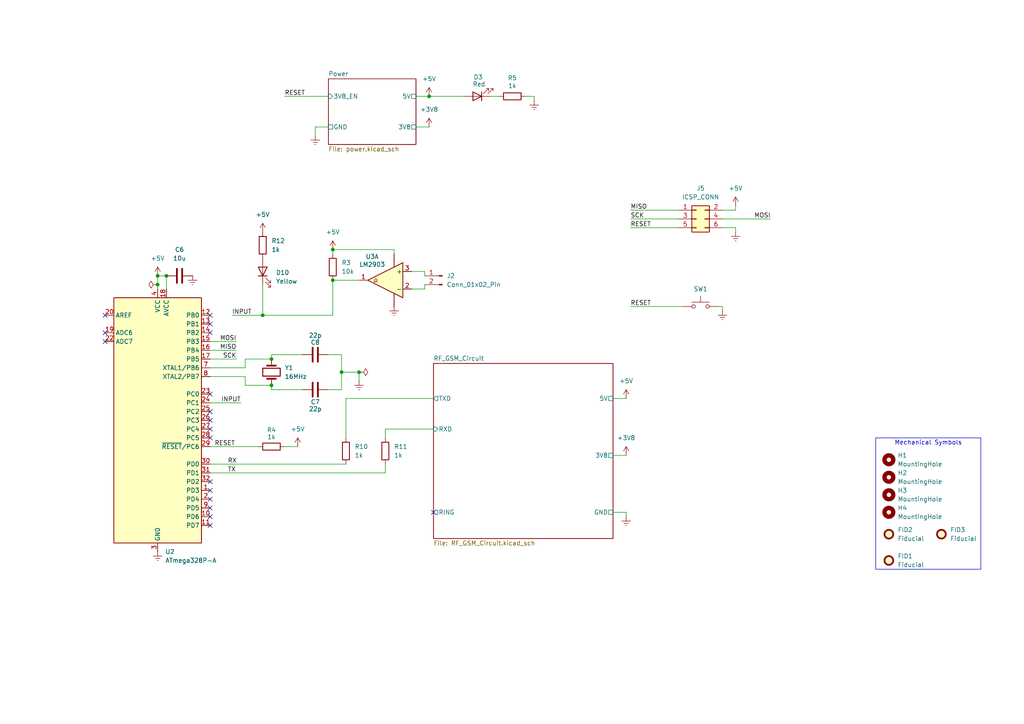
<source format=kicad_sch>
(kicad_sch
	(version 20231120)
	(generator "eeschema")
	(generator_version "8.0")
	(uuid "9c913ea6-24c7-4c4b-9885-5c35ef2f490d")
	(paper "A4")
	(lib_symbols
		(symbol "Comparator:LM2903"
			(pin_names
				(offset 0.127)
			)
			(exclude_from_sim no)
			(in_bom yes)
			(on_board yes)
			(property "Reference" "U"
				(at 3.81 3.81 0)
				(effects
					(font
						(size 1.27 1.27)
					)
				)
			)
			(property "Value" "LM2903"
				(at 6.35 -3.81 0)
				(effects
					(font
						(size 1.27 1.27)
					)
				)
			)
			(property "Footprint" ""
				(at 0 0 0)
				(effects
					(font
						(size 1.27 1.27)
					)
					(hide yes)
				)
			)
			(property "Datasheet" "http://www.ti.com/lit/ds/symlink/lm393.pdf"
				(at 0 0 0)
				(effects
					(font
						(size 1.27 1.27)
					)
					(hide yes)
				)
			)
			(property "Description" "Low-Power, Low-Offset Voltage, Dual Comparators, DIP-8/SOIC-8/SOP-8/TSSOP-8/VSSOP-8"
				(at 0 0 0)
				(effects
					(font
						(size 1.27 1.27)
					)
					(hide yes)
				)
			)
			(property "ki_locked" ""
				(at 0 0 0)
				(effects
					(font
						(size 1.27 1.27)
					)
				)
			)
			(property "ki_keywords" "cmp open collector"
				(at 0 0 0)
				(effects
					(font
						(size 1.27 1.27)
					)
					(hide yes)
				)
			)
			(property "ki_fp_filters" "SOIC*3.9x4.9mm*P1.27mm* DIP*W7.62mm* SOP*5.28x5.23mm*P1.27mm* VSSOP*3.0x3.0mm*P0.65mm* TSSOP*4.4x3mm*P0.65mm*"
				(at 0 0 0)
				(effects
					(font
						(size 1.27 1.27)
					)
					(hide yes)
				)
			)
			(symbol "LM2903_1_1"
				(polyline
					(pts
						(xy -5.08 5.08) (xy 5.08 0) (xy -5.08 -5.08) (xy -5.08 5.08)
					)
					(stroke
						(width 0.254)
						(type default)
					)
					(fill
						(type background)
					)
				)
				(polyline
					(pts
						(xy 3.302 -0.508) (xy 2.794 -0.508) (xy 3.302 0) (xy 2.794 0.508) (xy 2.286 0) (xy 2.794 -0.508)
						(xy 2.286 -0.508)
					)
					(stroke
						(width 0.127)
						(type default)
					)
					(fill
						(type none)
					)
				)
				(pin open_collector line
					(at 7.62 0 180)
					(length 2.54)
					(name "~"
						(effects
							(font
								(size 1.27 1.27)
							)
						)
					)
					(number "1"
						(effects
							(font
								(size 1.27 1.27)
							)
						)
					)
				)
				(pin input line
					(at -7.62 -2.54 0)
					(length 2.54)
					(name "-"
						(effects
							(font
								(size 1.27 1.27)
							)
						)
					)
					(number "2"
						(effects
							(font
								(size 1.27 1.27)
							)
						)
					)
				)
				(pin input line
					(at -7.62 2.54 0)
					(length 2.54)
					(name "+"
						(effects
							(font
								(size 1.27 1.27)
							)
						)
					)
					(number "3"
						(effects
							(font
								(size 1.27 1.27)
							)
						)
					)
				)
			)
			(symbol "LM2903_2_1"
				(polyline
					(pts
						(xy -5.08 5.08) (xy 5.08 0) (xy -5.08 -5.08) (xy -5.08 5.08)
					)
					(stroke
						(width 0.254)
						(type default)
					)
					(fill
						(type background)
					)
				)
				(polyline
					(pts
						(xy 3.302 -0.508) (xy 2.794 -0.508) (xy 3.302 0) (xy 2.794 0.508) (xy 2.286 0) (xy 2.794 -0.508)
						(xy 2.286 -0.508)
					)
					(stroke
						(width 0.127)
						(type default)
					)
					(fill
						(type none)
					)
				)
				(pin input line
					(at -7.62 2.54 0)
					(length 2.54)
					(name "+"
						(effects
							(font
								(size 1.27 1.27)
							)
						)
					)
					(number "5"
						(effects
							(font
								(size 1.27 1.27)
							)
						)
					)
				)
				(pin input line
					(at -7.62 -2.54 0)
					(length 2.54)
					(name "-"
						(effects
							(font
								(size 1.27 1.27)
							)
						)
					)
					(number "6"
						(effects
							(font
								(size 1.27 1.27)
							)
						)
					)
				)
				(pin open_collector line
					(at 7.62 0 180)
					(length 2.54)
					(name "~"
						(effects
							(font
								(size 1.27 1.27)
							)
						)
					)
					(number "7"
						(effects
							(font
								(size 1.27 1.27)
							)
						)
					)
				)
			)
			(symbol "LM2903_3_1"
				(pin power_in line
					(at -2.54 -7.62 90)
					(length 3.81)
					(name "V-"
						(effects
							(font
								(size 1.27 1.27)
							)
						)
					)
					(number "4"
						(effects
							(font
								(size 1.27 1.27)
							)
						)
					)
				)
				(pin power_in line
					(at -2.54 7.62 270)
					(length 3.81)
					(name "V+"
						(effects
							(font
								(size 1.27 1.27)
							)
						)
					)
					(number "8"
						(effects
							(font
								(size 1.27 1.27)
							)
						)
					)
				)
			)
		)
		(symbol "Connector:Conn_01x02_Pin"
			(pin_names
				(offset 1.016) hide)
			(exclude_from_sim no)
			(in_bom yes)
			(on_board yes)
			(property "Reference" "J"
				(at 0 2.54 0)
				(effects
					(font
						(size 1.27 1.27)
					)
				)
			)
			(property "Value" "Conn_01x02_Pin"
				(at 0 -5.08 0)
				(effects
					(font
						(size 1.27 1.27)
					)
				)
			)
			(property "Footprint" ""
				(at 0 0 0)
				(effects
					(font
						(size 1.27 1.27)
					)
					(hide yes)
				)
			)
			(property "Datasheet" "~"
				(at 0 0 0)
				(effects
					(font
						(size 1.27 1.27)
					)
					(hide yes)
				)
			)
			(property "Description" "Generic connector, single row, 01x02, script generated"
				(at 0 0 0)
				(effects
					(font
						(size 1.27 1.27)
					)
					(hide yes)
				)
			)
			(property "ki_locked" ""
				(at 0 0 0)
				(effects
					(font
						(size 1.27 1.27)
					)
				)
			)
			(property "ki_keywords" "connector"
				(at 0 0 0)
				(effects
					(font
						(size 1.27 1.27)
					)
					(hide yes)
				)
			)
			(property "ki_fp_filters" "Connector*:*_1x??_*"
				(at 0 0 0)
				(effects
					(font
						(size 1.27 1.27)
					)
					(hide yes)
				)
			)
			(symbol "Conn_01x02_Pin_1_1"
				(polyline
					(pts
						(xy 1.27 -2.54) (xy 0.8636 -2.54)
					)
					(stroke
						(width 0.1524)
						(type default)
					)
					(fill
						(type none)
					)
				)
				(polyline
					(pts
						(xy 1.27 0) (xy 0.8636 0)
					)
					(stroke
						(width 0.1524)
						(type default)
					)
					(fill
						(type none)
					)
				)
				(rectangle
					(start 0.8636 -2.413)
					(end 0 -2.667)
					(stroke
						(width 0.1524)
						(type default)
					)
					(fill
						(type outline)
					)
				)
				(rectangle
					(start 0.8636 0.127)
					(end 0 -0.127)
					(stroke
						(width 0.1524)
						(type default)
					)
					(fill
						(type outline)
					)
				)
				(pin passive line
					(at 5.08 0 180)
					(length 3.81)
					(name "Pin_1"
						(effects
							(font
								(size 1.27 1.27)
							)
						)
					)
					(number "1"
						(effects
							(font
								(size 1.27 1.27)
							)
						)
					)
				)
				(pin passive line
					(at 5.08 -2.54 180)
					(length 3.81)
					(name "Pin_2"
						(effects
							(font
								(size 1.27 1.27)
							)
						)
					)
					(number "2"
						(effects
							(font
								(size 1.27 1.27)
							)
						)
					)
				)
			)
		)
		(symbol "Connector_Generic:Conn_02x03_Odd_Even"
			(pin_names
				(offset 1.016) hide)
			(exclude_from_sim no)
			(in_bom yes)
			(on_board yes)
			(property "Reference" "J"
				(at 1.27 5.08 0)
				(effects
					(font
						(size 1.27 1.27)
					)
				)
			)
			(property "Value" "Conn_02x03_Odd_Even"
				(at 1.27 -5.08 0)
				(effects
					(font
						(size 1.27 1.27)
					)
				)
			)
			(property "Footprint" ""
				(at 0 0 0)
				(effects
					(font
						(size 1.27 1.27)
					)
					(hide yes)
				)
			)
			(property "Datasheet" "~"
				(at 0 0 0)
				(effects
					(font
						(size 1.27 1.27)
					)
					(hide yes)
				)
			)
			(property "Description" "Generic connector, double row, 02x03, odd/even pin numbering scheme (row 1 odd numbers, row 2 even numbers), script generated (kicad-library-utils/schlib/autogen/connector/)"
				(at 0 0 0)
				(effects
					(font
						(size 1.27 1.27)
					)
					(hide yes)
				)
			)
			(property "ki_keywords" "connector"
				(at 0 0 0)
				(effects
					(font
						(size 1.27 1.27)
					)
					(hide yes)
				)
			)
			(property "ki_fp_filters" "Connector*:*_2x??_*"
				(at 0 0 0)
				(effects
					(font
						(size 1.27 1.27)
					)
					(hide yes)
				)
			)
			(symbol "Conn_02x03_Odd_Even_1_1"
				(rectangle
					(start -1.27 -2.413)
					(end 0 -2.667)
					(stroke
						(width 0.1524)
						(type default)
					)
					(fill
						(type none)
					)
				)
				(rectangle
					(start -1.27 0.127)
					(end 0 -0.127)
					(stroke
						(width 0.1524)
						(type default)
					)
					(fill
						(type none)
					)
				)
				(rectangle
					(start -1.27 2.667)
					(end 0 2.413)
					(stroke
						(width 0.1524)
						(type default)
					)
					(fill
						(type none)
					)
				)
				(rectangle
					(start -1.27 3.81)
					(end 3.81 -3.81)
					(stroke
						(width 0.254)
						(type default)
					)
					(fill
						(type background)
					)
				)
				(rectangle
					(start 3.81 -2.413)
					(end 2.54 -2.667)
					(stroke
						(width 0.1524)
						(type default)
					)
					(fill
						(type none)
					)
				)
				(rectangle
					(start 3.81 0.127)
					(end 2.54 -0.127)
					(stroke
						(width 0.1524)
						(type default)
					)
					(fill
						(type none)
					)
				)
				(rectangle
					(start 3.81 2.667)
					(end 2.54 2.413)
					(stroke
						(width 0.1524)
						(type default)
					)
					(fill
						(type none)
					)
				)
				(pin passive line
					(at -5.08 2.54 0)
					(length 3.81)
					(name "Pin_1"
						(effects
							(font
								(size 1.27 1.27)
							)
						)
					)
					(number "1"
						(effects
							(font
								(size 1.27 1.27)
							)
						)
					)
				)
				(pin passive line
					(at 7.62 2.54 180)
					(length 3.81)
					(name "Pin_2"
						(effects
							(font
								(size 1.27 1.27)
							)
						)
					)
					(number "2"
						(effects
							(font
								(size 1.27 1.27)
							)
						)
					)
				)
				(pin passive line
					(at -5.08 0 0)
					(length 3.81)
					(name "Pin_3"
						(effects
							(font
								(size 1.27 1.27)
							)
						)
					)
					(number "3"
						(effects
							(font
								(size 1.27 1.27)
							)
						)
					)
				)
				(pin passive line
					(at 7.62 0 180)
					(length 3.81)
					(name "Pin_4"
						(effects
							(font
								(size 1.27 1.27)
							)
						)
					)
					(number "4"
						(effects
							(font
								(size 1.27 1.27)
							)
						)
					)
				)
				(pin passive line
					(at -5.08 -2.54 0)
					(length 3.81)
					(name "Pin_5"
						(effects
							(font
								(size 1.27 1.27)
							)
						)
					)
					(number "5"
						(effects
							(font
								(size 1.27 1.27)
							)
						)
					)
				)
				(pin passive line
					(at 7.62 -2.54 180)
					(length 3.81)
					(name "Pin_6"
						(effects
							(font
								(size 1.27 1.27)
							)
						)
					)
					(number "6"
						(effects
							(font
								(size 1.27 1.27)
							)
						)
					)
				)
			)
		)
		(symbol "Device:C"
			(pin_numbers hide)
			(pin_names
				(offset 0.254)
			)
			(exclude_from_sim no)
			(in_bom yes)
			(on_board yes)
			(property "Reference" "C"
				(at 0.635 2.54 0)
				(effects
					(font
						(size 1.27 1.27)
					)
					(justify left)
				)
			)
			(property "Value" "C"
				(at 0.635 -2.54 0)
				(effects
					(font
						(size 1.27 1.27)
					)
					(justify left)
				)
			)
			(property "Footprint" ""
				(at 0.9652 -3.81 0)
				(effects
					(font
						(size 1.27 1.27)
					)
					(hide yes)
				)
			)
			(property "Datasheet" "~"
				(at 0 0 0)
				(effects
					(font
						(size 1.27 1.27)
					)
					(hide yes)
				)
			)
			(property "Description" "Unpolarized capacitor"
				(at 0 0 0)
				(effects
					(font
						(size 1.27 1.27)
					)
					(hide yes)
				)
			)
			(property "ki_keywords" "cap capacitor"
				(at 0 0 0)
				(effects
					(font
						(size 1.27 1.27)
					)
					(hide yes)
				)
			)
			(property "ki_fp_filters" "C_*"
				(at 0 0 0)
				(effects
					(font
						(size 1.27 1.27)
					)
					(hide yes)
				)
			)
			(symbol "C_0_1"
				(polyline
					(pts
						(xy -2.032 -0.762) (xy 2.032 -0.762)
					)
					(stroke
						(width 0.508)
						(type default)
					)
					(fill
						(type none)
					)
				)
				(polyline
					(pts
						(xy -2.032 0.762) (xy 2.032 0.762)
					)
					(stroke
						(width 0.508)
						(type default)
					)
					(fill
						(type none)
					)
				)
			)
			(symbol "C_1_1"
				(pin passive line
					(at 0 3.81 270)
					(length 2.794)
					(name "~"
						(effects
							(font
								(size 1.27 1.27)
							)
						)
					)
					(number "1"
						(effects
							(font
								(size 1.27 1.27)
							)
						)
					)
				)
				(pin passive line
					(at 0 -3.81 90)
					(length 2.794)
					(name "~"
						(effects
							(font
								(size 1.27 1.27)
							)
						)
					)
					(number "2"
						(effects
							(font
								(size 1.27 1.27)
							)
						)
					)
				)
			)
		)
		(symbol "Device:Crystal"
			(pin_numbers hide)
			(pin_names
				(offset 1.016) hide)
			(exclude_from_sim no)
			(in_bom yes)
			(on_board yes)
			(property "Reference" "Y"
				(at 0 3.81 0)
				(effects
					(font
						(size 1.27 1.27)
					)
				)
			)
			(property "Value" "Crystal"
				(at 0 -3.81 0)
				(effects
					(font
						(size 1.27 1.27)
					)
				)
			)
			(property "Footprint" ""
				(at 0 0 0)
				(effects
					(font
						(size 1.27 1.27)
					)
					(hide yes)
				)
			)
			(property "Datasheet" "~"
				(at 0 0 0)
				(effects
					(font
						(size 1.27 1.27)
					)
					(hide yes)
				)
			)
			(property "Description" "Two pin crystal"
				(at 0 0 0)
				(effects
					(font
						(size 1.27 1.27)
					)
					(hide yes)
				)
			)
			(property "ki_keywords" "quartz ceramic resonator oscillator"
				(at 0 0 0)
				(effects
					(font
						(size 1.27 1.27)
					)
					(hide yes)
				)
			)
			(property "ki_fp_filters" "Crystal*"
				(at 0 0 0)
				(effects
					(font
						(size 1.27 1.27)
					)
					(hide yes)
				)
			)
			(symbol "Crystal_0_1"
				(rectangle
					(start -1.143 2.54)
					(end 1.143 -2.54)
					(stroke
						(width 0.3048)
						(type default)
					)
					(fill
						(type none)
					)
				)
				(polyline
					(pts
						(xy -2.54 0) (xy -1.905 0)
					)
					(stroke
						(width 0)
						(type default)
					)
					(fill
						(type none)
					)
				)
				(polyline
					(pts
						(xy -1.905 -1.27) (xy -1.905 1.27)
					)
					(stroke
						(width 0.508)
						(type default)
					)
					(fill
						(type none)
					)
				)
				(polyline
					(pts
						(xy 1.905 -1.27) (xy 1.905 1.27)
					)
					(stroke
						(width 0.508)
						(type default)
					)
					(fill
						(type none)
					)
				)
				(polyline
					(pts
						(xy 2.54 0) (xy 1.905 0)
					)
					(stroke
						(width 0)
						(type default)
					)
					(fill
						(type none)
					)
				)
			)
			(symbol "Crystal_1_1"
				(pin passive line
					(at -3.81 0 0)
					(length 1.27)
					(name "1"
						(effects
							(font
								(size 1.27 1.27)
							)
						)
					)
					(number "1"
						(effects
							(font
								(size 1.27 1.27)
							)
						)
					)
				)
				(pin passive line
					(at 3.81 0 180)
					(length 1.27)
					(name "2"
						(effects
							(font
								(size 1.27 1.27)
							)
						)
					)
					(number "2"
						(effects
							(font
								(size 1.27 1.27)
							)
						)
					)
				)
			)
		)
		(symbol "Device:LED"
			(pin_numbers hide)
			(pin_names
				(offset 1.016) hide)
			(exclude_from_sim no)
			(in_bom yes)
			(on_board yes)
			(property "Reference" "D"
				(at 0 2.54 0)
				(effects
					(font
						(size 1.27 1.27)
					)
				)
			)
			(property "Value" "LED"
				(at 0 -2.54 0)
				(effects
					(font
						(size 1.27 1.27)
					)
				)
			)
			(property "Footprint" ""
				(at 0 0 0)
				(effects
					(font
						(size 1.27 1.27)
					)
					(hide yes)
				)
			)
			(property "Datasheet" "~"
				(at 0 0 0)
				(effects
					(font
						(size 1.27 1.27)
					)
					(hide yes)
				)
			)
			(property "Description" "Light emitting diode"
				(at 0 0 0)
				(effects
					(font
						(size 1.27 1.27)
					)
					(hide yes)
				)
			)
			(property "ki_keywords" "LED diode"
				(at 0 0 0)
				(effects
					(font
						(size 1.27 1.27)
					)
					(hide yes)
				)
			)
			(property "ki_fp_filters" "LED* LED_SMD:* LED_THT:*"
				(at 0 0 0)
				(effects
					(font
						(size 1.27 1.27)
					)
					(hide yes)
				)
			)
			(symbol "LED_0_1"
				(polyline
					(pts
						(xy -1.27 -1.27) (xy -1.27 1.27)
					)
					(stroke
						(width 0.254)
						(type default)
					)
					(fill
						(type none)
					)
				)
				(polyline
					(pts
						(xy -1.27 0) (xy 1.27 0)
					)
					(stroke
						(width 0)
						(type default)
					)
					(fill
						(type none)
					)
				)
				(polyline
					(pts
						(xy 1.27 -1.27) (xy 1.27 1.27) (xy -1.27 0) (xy 1.27 -1.27)
					)
					(stroke
						(width 0.254)
						(type default)
					)
					(fill
						(type none)
					)
				)
				(polyline
					(pts
						(xy -3.048 -0.762) (xy -4.572 -2.286) (xy -3.81 -2.286) (xy -4.572 -2.286) (xy -4.572 -1.524)
					)
					(stroke
						(width 0)
						(type default)
					)
					(fill
						(type none)
					)
				)
				(polyline
					(pts
						(xy -1.778 -0.762) (xy -3.302 -2.286) (xy -2.54 -2.286) (xy -3.302 -2.286) (xy -3.302 -1.524)
					)
					(stroke
						(width 0)
						(type default)
					)
					(fill
						(type none)
					)
				)
			)
			(symbol "LED_1_1"
				(pin passive line
					(at -3.81 0 0)
					(length 2.54)
					(name "K"
						(effects
							(font
								(size 1.27 1.27)
							)
						)
					)
					(number "1"
						(effects
							(font
								(size 1.27 1.27)
							)
						)
					)
				)
				(pin passive line
					(at 3.81 0 180)
					(length 2.54)
					(name "A"
						(effects
							(font
								(size 1.27 1.27)
							)
						)
					)
					(number "2"
						(effects
							(font
								(size 1.27 1.27)
							)
						)
					)
				)
			)
		)
		(symbol "Device:R"
			(pin_numbers hide)
			(pin_names
				(offset 0)
			)
			(exclude_from_sim no)
			(in_bom yes)
			(on_board yes)
			(property "Reference" "R"
				(at 2.032 0 90)
				(effects
					(font
						(size 1.27 1.27)
					)
				)
			)
			(property "Value" "R"
				(at 0 0 90)
				(effects
					(font
						(size 1.27 1.27)
					)
				)
			)
			(property "Footprint" ""
				(at -1.778 0 90)
				(effects
					(font
						(size 1.27 1.27)
					)
					(hide yes)
				)
			)
			(property "Datasheet" "~"
				(at 0 0 0)
				(effects
					(font
						(size 1.27 1.27)
					)
					(hide yes)
				)
			)
			(property "Description" "Resistor"
				(at 0 0 0)
				(effects
					(font
						(size 1.27 1.27)
					)
					(hide yes)
				)
			)
			(property "ki_keywords" "R res resistor"
				(at 0 0 0)
				(effects
					(font
						(size 1.27 1.27)
					)
					(hide yes)
				)
			)
			(property "ki_fp_filters" "R_*"
				(at 0 0 0)
				(effects
					(font
						(size 1.27 1.27)
					)
					(hide yes)
				)
			)
			(symbol "R_0_1"
				(rectangle
					(start -1.016 -2.54)
					(end 1.016 2.54)
					(stroke
						(width 0.254)
						(type default)
					)
					(fill
						(type none)
					)
				)
			)
			(symbol "R_1_1"
				(pin passive line
					(at 0 3.81 270)
					(length 1.27)
					(name "~"
						(effects
							(font
								(size 1.27 1.27)
							)
						)
					)
					(number "1"
						(effects
							(font
								(size 1.27 1.27)
							)
						)
					)
				)
				(pin passive line
					(at 0 -3.81 90)
					(length 1.27)
					(name "~"
						(effects
							(font
								(size 1.27 1.27)
							)
						)
					)
					(number "2"
						(effects
							(font
								(size 1.27 1.27)
							)
						)
					)
				)
			)
		)
		(symbol "LM2903_1"
			(pin_numbers hide)
			(pin_names
				(offset 0.127) hide)
			(exclude_from_sim no)
			(in_bom yes)
			(on_board yes)
			(property "Reference" "U"
				(at 3.81 3.81 0)
				(effects
					(font
						(size 1.27 1.27)
					)
				)
			)
			(property "Value" "LM2903"
				(at 6.35 -3.81 0)
				(effects
					(font
						(size 1.27 1.27)
					)
				)
			)
			(property "Footprint" ""
				(at 0 0 0)
				(effects
					(font
						(size 1.27 1.27)
					)
					(hide yes)
				)
			)
			(property "Datasheet" "http://www.ti.com/lit/ds/symlink/lm393.pdf"
				(at 0 0 0)
				(effects
					(font
						(size 1.27 1.27)
					)
					(hide yes)
				)
			)
			(property "Description" "Low-Power, Low-Offset Voltage, Dual Comparators, DIP-8/SOIC-8/SOP-8/TSSOP-8/VSSOP-8"
				(at 0 0 0)
				(effects
					(font
						(size 1.27 1.27)
					)
					(hide yes)
				)
			)
			(property "ki_locked" ""
				(at 0 0 0)
				(effects
					(font
						(size 1.27 1.27)
					)
				)
			)
			(property "ki_keywords" "cmp open collector"
				(at 0 0 0)
				(effects
					(font
						(size 1.27 1.27)
					)
					(hide yes)
				)
			)
			(property "ki_fp_filters" "SOIC*3.9x4.9mm*P1.27mm* DIP*W7.62mm* SOP*5.28x5.23mm*P1.27mm* VSSOP*3.0x3.0mm*P0.65mm* TSSOP*4.4x3mm*P0.65mm*"
				(at 0 0 0)
				(effects
					(font
						(size 1.27 1.27)
					)
					(hide yes)
				)
			)
			(symbol "LM2903_1_1_1"
				(polyline
					(pts
						(xy -5.08 5.08) (xy 5.08 0) (xy -5.08 -5.08) (xy -5.08 5.08)
					)
					(stroke
						(width 0.254)
						(type default)
					)
					(fill
						(type background)
					)
				)
				(polyline
					(pts
						(xy 3.302 -0.508) (xy 2.794 -0.508) (xy 3.302 0) (xy 2.794 0.508) (xy 2.286 0) (xy 2.794 -0.508)
						(xy 2.286 -0.508)
					)
					(stroke
						(width 0.127)
						(type default)
					)
					(fill
						(type none)
					)
				)
				(pin open_collector line
					(at 7.62 0 180)
					(length 2.54)
					(name "~"
						(effects
							(font
								(size 1.27 1.27)
							)
						)
					)
					(number "1"
						(effects
							(font
								(size 1.27 1.27)
							)
						)
					)
				)
				(pin input line
					(at -7.62 -2.54 0)
					(length 2.54)
					(name "-"
						(effects
							(font
								(size 1.27 1.27)
							)
						)
					)
					(number "2"
						(effects
							(font
								(size 1.27 1.27)
							)
						)
					)
				)
				(pin input line
					(at -7.62 2.54 0)
					(length 2.54)
					(name "+"
						(effects
							(font
								(size 1.27 1.27)
							)
						)
					)
					(number "3"
						(effects
							(font
								(size 1.27 1.27)
							)
						)
					)
				)
			)
			(symbol "LM2903_1_2_1"
				(polyline
					(pts
						(xy -5.08 5.08) (xy 5.08 0) (xy -5.08 -5.08) (xy -5.08 5.08)
					)
					(stroke
						(width 0.254)
						(type default)
					)
					(fill
						(type background)
					)
				)
				(polyline
					(pts
						(xy 3.302 -0.508) (xy 2.794 -0.508) (xy 3.302 0) (xy 2.794 0.508) (xy 2.286 0) (xy 2.794 -0.508)
						(xy 2.286 -0.508)
					)
					(stroke
						(width 0.127)
						(type default)
					)
					(fill
						(type none)
					)
				)
				(pin input line
					(at -7.62 2.54 0)
					(length 2.54)
					(name "+"
						(effects
							(font
								(size 1.27 1.27)
							)
						)
					)
					(number "5"
						(effects
							(font
								(size 1.27 1.27)
							)
						)
					)
				)
				(pin input line
					(at -7.62 -2.54 0)
					(length 2.54)
					(name "-"
						(effects
							(font
								(size 1.27 1.27)
							)
						)
					)
					(number "6"
						(effects
							(font
								(size 1.27 1.27)
							)
						)
					)
				)
				(pin open_collector line
					(at 7.62 0 180)
					(length 2.54)
					(name "~"
						(effects
							(font
								(size 1.27 1.27)
							)
						)
					)
					(number "7"
						(effects
							(font
								(size 1.27 1.27)
							)
						)
					)
				)
			)
			(symbol "LM2903_1_3_1"
				(pin power_in line
					(at -2.54 -7.62 90)
					(length 3.81)
					(name "V-"
						(effects
							(font
								(size 1.27 1.27)
							)
						)
					)
					(number "4"
						(effects
							(font
								(size 1.27 1.27)
							)
						)
					)
				)
				(pin power_in line
					(at -2.54 7.62 270)
					(length 3.81)
					(name "V+"
						(effects
							(font
								(size 1.27 1.27)
							)
						)
					)
					(number "8"
						(effects
							(font
								(size 1.27 1.27)
							)
						)
					)
				)
			)
		)
		(symbol "MCU_Microchip_ATmega:ATmega328P-A"
			(exclude_from_sim no)
			(in_bom yes)
			(on_board yes)
			(property "Reference" "U"
				(at -12.7 36.83 0)
				(effects
					(font
						(size 1.27 1.27)
					)
					(justify left bottom)
				)
			)
			(property "Value" "ATmega328P-A"
				(at 2.54 -36.83 0)
				(effects
					(font
						(size 1.27 1.27)
					)
					(justify left top)
				)
			)
			(property "Footprint" "Package_QFP:TQFP-32_7x7mm_P0.8mm"
				(at 0 0 0)
				(effects
					(font
						(size 1.27 1.27)
						(italic yes)
					)
					(hide yes)
				)
			)
			(property "Datasheet" "http://ww1.microchip.com/downloads/en/DeviceDoc/ATmega328_P%20AVR%20MCU%20with%20picoPower%20Technology%20Data%20Sheet%2040001984A.pdf"
				(at 0 0 0)
				(effects
					(font
						(size 1.27 1.27)
					)
					(hide yes)
				)
			)
			(property "Description" "20MHz, 32kB Flash, 2kB SRAM, 1kB EEPROM, TQFP-32"
				(at 0 0 0)
				(effects
					(font
						(size 1.27 1.27)
					)
					(hide yes)
				)
			)
			(property "ki_keywords" "AVR 8bit Microcontroller MegaAVR PicoPower"
				(at 0 0 0)
				(effects
					(font
						(size 1.27 1.27)
					)
					(hide yes)
				)
			)
			(property "ki_fp_filters" "TQFP*7x7mm*P0.8mm*"
				(at 0 0 0)
				(effects
					(font
						(size 1.27 1.27)
					)
					(hide yes)
				)
			)
			(symbol "ATmega328P-A_0_1"
				(rectangle
					(start -12.7 -35.56)
					(end 12.7 35.56)
					(stroke
						(width 0.254)
						(type default)
					)
					(fill
						(type background)
					)
				)
			)
			(symbol "ATmega328P-A_1_1"
				(pin bidirectional line
					(at 15.24 -20.32 180)
					(length 2.54)
					(name "PD3"
						(effects
							(font
								(size 1.27 1.27)
							)
						)
					)
					(number "1"
						(effects
							(font
								(size 1.27 1.27)
							)
						)
					)
				)
				(pin bidirectional line
					(at 15.24 -27.94 180)
					(length 2.54)
					(name "PD6"
						(effects
							(font
								(size 1.27 1.27)
							)
						)
					)
					(number "10"
						(effects
							(font
								(size 1.27 1.27)
							)
						)
					)
				)
				(pin bidirectional line
					(at 15.24 -30.48 180)
					(length 2.54)
					(name "PD7"
						(effects
							(font
								(size 1.27 1.27)
							)
						)
					)
					(number "11"
						(effects
							(font
								(size 1.27 1.27)
							)
						)
					)
				)
				(pin bidirectional line
					(at 15.24 30.48 180)
					(length 2.54)
					(name "PB0"
						(effects
							(font
								(size 1.27 1.27)
							)
						)
					)
					(number "12"
						(effects
							(font
								(size 1.27 1.27)
							)
						)
					)
				)
				(pin bidirectional line
					(at 15.24 27.94 180)
					(length 2.54)
					(name "PB1"
						(effects
							(font
								(size 1.27 1.27)
							)
						)
					)
					(number "13"
						(effects
							(font
								(size 1.27 1.27)
							)
						)
					)
				)
				(pin bidirectional line
					(at 15.24 25.4 180)
					(length 2.54)
					(name "PB2"
						(effects
							(font
								(size 1.27 1.27)
							)
						)
					)
					(number "14"
						(effects
							(font
								(size 1.27 1.27)
							)
						)
					)
				)
				(pin bidirectional line
					(at 15.24 22.86 180)
					(length 2.54)
					(name "PB3"
						(effects
							(font
								(size 1.27 1.27)
							)
						)
					)
					(number "15"
						(effects
							(font
								(size 1.27 1.27)
							)
						)
					)
				)
				(pin bidirectional line
					(at 15.24 20.32 180)
					(length 2.54)
					(name "PB4"
						(effects
							(font
								(size 1.27 1.27)
							)
						)
					)
					(number "16"
						(effects
							(font
								(size 1.27 1.27)
							)
						)
					)
				)
				(pin bidirectional line
					(at 15.24 17.78 180)
					(length 2.54)
					(name "PB5"
						(effects
							(font
								(size 1.27 1.27)
							)
						)
					)
					(number "17"
						(effects
							(font
								(size 1.27 1.27)
							)
						)
					)
				)
				(pin power_in line
					(at 2.54 38.1 270)
					(length 2.54)
					(name "AVCC"
						(effects
							(font
								(size 1.27 1.27)
							)
						)
					)
					(number "18"
						(effects
							(font
								(size 1.27 1.27)
							)
						)
					)
				)
				(pin input line
					(at -15.24 25.4 0)
					(length 2.54)
					(name "ADC6"
						(effects
							(font
								(size 1.27 1.27)
							)
						)
					)
					(number "19"
						(effects
							(font
								(size 1.27 1.27)
							)
						)
					)
				)
				(pin bidirectional line
					(at 15.24 -22.86 180)
					(length 2.54)
					(name "PD4"
						(effects
							(font
								(size 1.27 1.27)
							)
						)
					)
					(number "2"
						(effects
							(font
								(size 1.27 1.27)
							)
						)
					)
				)
				(pin passive line
					(at -15.24 30.48 0)
					(length 2.54)
					(name "AREF"
						(effects
							(font
								(size 1.27 1.27)
							)
						)
					)
					(number "20"
						(effects
							(font
								(size 1.27 1.27)
							)
						)
					)
				)
				(pin passive line
					(at 0 -38.1 90)
					(length 2.54) hide
					(name "GND"
						(effects
							(font
								(size 1.27 1.27)
							)
						)
					)
					(number "21"
						(effects
							(font
								(size 1.27 1.27)
							)
						)
					)
				)
				(pin input line
					(at -15.24 22.86 0)
					(length 2.54)
					(name "ADC7"
						(effects
							(font
								(size 1.27 1.27)
							)
						)
					)
					(number "22"
						(effects
							(font
								(size 1.27 1.27)
							)
						)
					)
				)
				(pin bidirectional line
					(at 15.24 7.62 180)
					(length 2.54)
					(name "PC0"
						(effects
							(font
								(size 1.27 1.27)
							)
						)
					)
					(number "23"
						(effects
							(font
								(size 1.27 1.27)
							)
						)
					)
				)
				(pin bidirectional line
					(at 15.24 5.08 180)
					(length 2.54)
					(name "PC1"
						(effects
							(font
								(size 1.27 1.27)
							)
						)
					)
					(number "24"
						(effects
							(font
								(size 1.27 1.27)
							)
						)
					)
				)
				(pin bidirectional line
					(at 15.24 2.54 180)
					(length 2.54)
					(name "PC2"
						(effects
							(font
								(size 1.27 1.27)
							)
						)
					)
					(number "25"
						(effects
							(font
								(size 1.27 1.27)
							)
						)
					)
				)
				(pin bidirectional line
					(at 15.24 0 180)
					(length 2.54)
					(name "PC3"
						(effects
							(font
								(size 1.27 1.27)
							)
						)
					)
					(number "26"
						(effects
							(font
								(size 1.27 1.27)
							)
						)
					)
				)
				(pin bidirectional line
					(at 15.24 -2.54 180)
					(length 2.54)
					(name "PC4"
						(effects
							(font
								(size 1.27 1.27)
							)
						)
					)
					(number "27"
						(effects
							(font
								(size 1.27 1.27)
							)
						)
					)
				)
				(pin bidirectional line
					(at 15.24 -5.08 180)
					(length 2.54)
					(name "PC5"
						(effects
							(font
								(size 1.27 1.27)
							)
						)
					)
					(number "28"
						(effects
							(font
								(size 1.27 1.27)
							)
						)
					)
				)
				(pin bidirectional line
					(at 15.24 -7.62 180)
					(length 2.54)
					(name "~{RESET}/PC6"
						(effects
							(font
								(size 1.27 1.27)
							)
						)
					)
					(number "29"
						(effects
							(font
								(size 1.27 1.27)
							)
						)
					)
				)
				(pin power_in line
					(at 0 -38.1 90)
					(length 2.54)
					(name "GND"
						(effects
							(font
								(size 1.27 1.27)
							)
						)
					)
					(number "3"
						(effects
							(font
								(size 1.27 1.27)
							)
						)
					)
				)
				(pin bidirectional line
					(at 15.24 -12.7 180)
					(length 2.54)
					(name "PD0"
						(effects
							(font
								(size 1.27 1.27)
							)
						)
					)
					(number "30"
						(effects
							(font
								(size 1.27 1.27)
							)
						)
					)
				)
				(pin bidirectional line
					(at 15.24 -15.24 180)
					(length 2.54)
					(name "PD1"
						(effects
							(font
								(size 1.27 1.27)
							)
						)
					)
					(number "31"
						(effects
							(font
								(size 1.27 1.27)
							)
						)
					)
				)
				(pin bidirectional line
					(at 15.24 -17.78 180)
					(length 2.54)
					(name "PD2"
						(effects
							(font
								(size 1.27 1.27)
							)
						)
					)
					(number "32"
						(effects
							(font
								(size 1.27 1.27)
							)
						)
					)
				)
				(pin power_in line
					(at 0 38.1 270)
					(length 2.54)
					(name "VCC"
						(effects
							(font
								(size 1.27 1.27)
							)
						)
					)
					(number "4"
						(effects
							(font
								(size 1.27 1.27)
							)
						)
					)
				)
				(pin passive line
					(at 0 -38.1 90)
					(length 2.54) hide
					(name "GND"
						(effects
							(font
								(size 1.27 1.27)
							)
						)
					)
					(number "5"
						(effects
							(font
								(size 1.27 1.27)
							)
						)
					)
				)
				(pin passive line
					(at 0 38.1 270)
					(length 2.54) hide
					(name "VCC"
						(effects
							(font
								(size 1.27 1.27)
							)
						)
					)
					(number "6"
						(effects
							(font
								(size 1.27 1.27)
							)
						)
					)
				)
				(pin bidirectional line
					(at 15.24 15.24 180)
					(length 2.54)
					(name "XTAL1/PB6"
						(effects
							(font
								(size 1.27 1.27)
							)
						)
					)
					(number "7"
						(effects
							(font
								(size 1.27 1.27)
							)
						)
					)
				)
				(pin bidirectional line
					(at 15.24 12.7 180)
					(length 2.54)
					(name "XTAL2/PB7"
						(effects
							(font
								(size 1.27 1.27)
							)
						)
					)
					(number "8"
						(effects
							(font
								(size 1.27 1.27)
							)
						)
					)
				)
				(pin bidirectional line
					(at 15.24 -25.4 180)
					(length 2.54)
					(name "PD5"
						(effects
							(font
								(size 1.27 1.27)
							)
						)
					)
					(number "9"
						(effects
							(font
								(size 1.27 1.27)
							)
						)
					)
				)
			)
		)
		(symbol "Mechanical:Fiducial"
			(exclude_from_sim no)
			(in_bom yes)
			(on_board yes)
			(property "Reference" "FID"
				(at 0 5.08 0)
				(effects
					(font
						(size 1.27 1.27)
					)
				)
			)
			(property "Value" "Fiducial"
				(at 0 3.175 0)
				(effects
					(font
						(size 1.27 1.27)
					)
				)
			)
			(property "Footprint" ""
				(at 0 0 0)
				(effects
					(font
						(size 1.27 1.27)
					)
					(hide yes)
				)
			)
			(property "Datasheet" "~"
				(at 0 0 0)
				(effects
					(font
						(size 1.27 1.27)
					)
					(hide yes)
				)
			)
			(property "Description" "Fiducial Marker"
				(at 0 0 0)
				(effects
					(font
						(size 1.27 1.27)
					)
					(hide yes)
				)
			)
			(property "ki_keywords" "fiducial marker"
				(at 0 0 0)
				(effects
					(font
						(size 1.27 1.27)
					)
					(hide yes)
				)
			)
			(property "ki_fp_filters" "Fiducial*"
				(at 0 0 0)
				(effects
					(font
						(size 1.27 1.27)
					)
					(hide yes)
				)
			)
			(symbol "Fiducial_0_1"
				(circle
					(center 0 0)
					(radius 1.27)
					(stroke
						(width 0.508)
						(type default)
					)
					(fill
						(type background)
					)
				)
			)
		)
		(symbol "Mechanical:MountingHole"
			(pin_names
				(offset 1.016)
			)
			(exclude_from_sim no)
			(in_bom yes)
			(on_board yes)
			(property "Reference" "H"
				(at 0 5.08 0)
				(effects
					(font
						(size 1.27 1.27)
					)
				)
			)
			(property "Value" "MountingHole"
				(at 0 3.175 0)
				(effects
					(font
						(size 1.27 1.27)
					)
				)
			)
			(property "Footprint" ""
				(at 0 0 0)
				(effects
					(font
						(size 1.27 1.27)
					)
					(hide yes)
				)
			)
			(property "Datasheet" "~"
				(at 0 0 0)
				(effects
					(font
						(size 1.27 1.27)
					)
					(hide yes)
				)
			)
			(property "Description" "Mounting Hole without connection"
				(at 0 0 0)
				(effects
					(font
						(size 1.27 1.27)
					)
					(hide yes)
				)
			)
			(property "ki_keywords" "mounting hole"
				(at 0 0 0)
				(effects
					(font
						(size 1.27 1.27)
					)
					(hide yes)
				)
			)
			(property "ki_fp_filters" "MountingHole*"
				(at 0 0 0)
				(effects
					(font
						(size 1.27 1.27)
					)
					(hide yes)
				)
			)
			(symbol "MountingHole_0_1"
				(circle
					(center 0 0)
					(radius 1.27)
					(stroke
						(width 1.27)
						(type default)
					)
					(fill
						(type none)
					)
				)
			)
		)
		(symbol "Switch:SW_Push"
			(pin_numbers hide)
			(pin_names
				(offset 1.016) hide)
			(exclude_from_sim no)
			(in_bom yes)
			(on_board yes)
			(property "Reference" "SW"
				(at 1.27 2.54 0)
				(effects
					(font
						(size 1.27 1.27)
					)
					(justify left)
				)
			)
			(property "Value" "SW_Push"
				(at 0 -1.524 0)
				(effects
					(font
						(size 1.27 1.27)
					)
				)
			)
			(property "Footprint" ""
				(at 0 5.08 0)
				(effects
					(font
						(size 1.27 1.27)
					)
					(hide yes)
				)
			)
			(property "Datasheet" "~"
				(at 0 5.08 0)
				(effects
					(font
						(size 1.27 1.27)
					)
					(hide yes)
				)
			)
			(property "Description" "Push button switch, generic, two pins"
				(at 0 0 0)
				(effects
					(font
						(size 1.27 1.27)
					)
					(hide yes)
				)
			)
			(property "ki_keywords" "switch normally-open pushbutton push-button"
				(at 0 0 0)
				(effects
					(font
						(size 1.27 1.27)
					)
					(hide yes)
				)
			)
			(symbol "SW_Push_0_1"
				(circle
					(center -2.032 0)
					(radius 0.508)
					(stroke
						(width 0)
						(type default)
					)
					(fill
						(type none)
					)
				)
				(polyline
					(pts
						(xy 0 1.27) (xy 0 3.048)
					)
					(stroke
						(width 0)
						(type default)
					)
					(fill
						(type none)
					)
				)
				(polyline
					(pts
						(xy 2.54 1.27) (xy -2.54 1.27)
					)
					(stroke
						(width 0)
						(type default)
					)
					(fill
						(type none)
					)
				)
				(circle
					(center 2.032 0)
					(radius 0.508)
					(stroke
						(width 0)
						(type default)
					)
					(fill
						(type none)
					)
				)
				(pin passive line
					(at -5.08 0 0)
					(length 2.54)
					(name "1"
						(effects
							(font
								(size 1.27 1.27)
							)
						)
					)
					(number "1"
						(effects
							(font
								(size 1.27 1.27)
							)
						)
					)
				)
				(pin passive line
					(at 5.08 0 180)
					(length 2.54)
					(name "2"
						(effects
							(font
								(size 1.27 1.27)
							)
						)
					)
					(number "2"
						(effects
							(font
								(size 1.27 1.27)
							)
						)
					)
				)
			)
		)
		(symbol "power:+4V"
			(power)
			(pin_numbers hide)
			(pin_names
				(offset 0) hide)
			(exclude_from_sim no)
			(in_bom yes)
			(on_board yes)
			(property "Reference" "#PWR"
				(at 0 -3.81 0)
				(effects
					(font
						(size 1.27 1.27)
					)
					(hide yes)
				)
			)
			(property "Value" "+4V"
				(at 0 3.556 0)
				(effects
					(font
						(size 1.27 1.27)
					)
				)
			)
			(property "Footprint" ""
				(at 0 0 0)
				(effects
					(font
						(size 1.27 1.27)
					)
					(hide yes)
				)
			)
			(property "Datasheet" ""
				(at 0 0 0)
				(effects
					(font
						(size 1.27 1.27)
					)
					(hide yes)
				)
			)
			(property "Description" "Power symbol creates a global label with name \"+4V\""
				(at 0 0 0)
				(effects
					(font
						(size 1.27 1.27)
					)
					(hide yes)
				)
			)
			(property "ki_keywords" "global power"
				(at 0 0 0)
				(effects
					(font
						(size 1.27 1.27)
					)
					(hide yes)
				)
			)
			(symbol "+4V_0_1"
				(polyline
					(pts
						(xy -0.762 1.27) (xy 0 2.54)
					)
					(stroke
						(width 0)
						(type default)
					)
					(fill
						(type none)
					)
				)
				(polyline
					(pts
						(xy 0 0) (xy 0 2.54)
					)
					(stroke
						(width 0)
						(type default)
					)
					(fill
						(type none)
					)
				)
				(polyline
					(pts
						(xy 0 2.54) (xy 0.762 1.27)
					)
					(stroke
						(width 0)
						(type default)
					)
					(fill
						(type none)
					)
				)
			)
			(symbol "+4V_1_1"
				(pin power_in line
					(at 0 0 90)
					(length 0)
					(name "~"
						(effects
							(font
								(size 1.27 1.27)
							)
						)
					)
					(number "1"
						(effects
							(font
								(size 1.27 1.27)
							)
						)
					)
				)
			)
		)
		(symbol "power:+5V"
			(power)
			(pin_numbers hide)
			(pin_names
				(offset 0) hide)
			(exclude_from_sim no)
			(in_bom yes)
			(on_board yes)
			(property "Reference" "#PWR"
				(at 0 -3.81 0)
				(effects
					(font
						(size 1.27 1.27)
					)
					(hide yes)
				)
			)
			(property "Value" "+5V"
				(at 0 3.556 0)
				(effects
					(font
						(size 1.27 1.27)
					)
				)
			)
			(property "Footprint" ""
				(at 0 0 0)
				(effects
					(font
						(size 1.27 1.27)
					)
					(hide yes)
				)
			)
			(property "Datasheet" ""
				(at 0 0 0)
				(effects
					(font
						(size 1.27 1.27)
					)
					(hide yes)
				)
			)
			(property "Description" "Power symbol creates a global label with name \"+5V\""
				(at 0 0 0)
				(effects
					(font
						(size 1.27 1.27)
					)
					(hide yes)
				)
			)
			(property "ki_keywords" "global power"
				(at 0 0 0)
				(effects
					(font
						(size 1.27 1.27)
					)
					(hide yes)
				)
			)
			(symbol "+5V_0_1"
				(polyline
					(pts
						(xy -0.762 1.27) (xy 0 2.54)
					)
					(stroke
						(width 0)
						(type default)
					)
					(fill
						(type none)
					)
				)
				(polyline
					(pts
						(xy 0 0) (xy 0 2.54)
					)
					(stroke
						(width 0)
						(type default)
					)
					(fill
						(type none)
					)
				)
				(polyline
					(pts
						(xy 0 2.54) (xy 0.762 1.27)
					)
					(stroke
						(width 0)
						(type default)
					)
					(fill
						(type none)
					)
				)
			)
			(symbol "+5V_1_1"
				(pin power_in line
					(at 0 0 90)
					(length 0)
					(name "~"
						(effects
							(font
								(size 1.27 1.27)
							)
						)
					)
					(number "1"
						(effects
							(font
								(size 1.27 1.27)
							)
						)
					)
				)
			)
		)
		(symbol "power:GNDREF"
			(power)
			(pin_numbers hide)
			(pin_names
				(offset 0) hide)
			(exclude_from_sim no)
			(in_bom yes)
			(on_board yes)
			(property "Reference" "#PWR"
				(at 0 -6.35 0)
				(effects
					(font
						(size 1.27 1.27)
					)
					(hide yes)
				)
			)
			(property "Value" "GNDREF"
				(at 0 -3.81 0)
				(effects
					(font
						(size 1.27 1.27)
					)
				)
			)
			(property "Footprint" ""
				(at 0 0 0)
				(effects
					(font
						(size 1.27 1.27)
					)
					(hide yes)
				)
			)
			(property "Datasheet" ""
				(at 0 0 0)
				(effects
					(font
						(size 1.27 1.27)
					)
					(hide yes)
				)
			)
			(property "Description" "Power symbol creates a global label with name \"GNDREF\" , reference supply ground"
				(at 0 0 0)
				(effects
					(font
						(size 1.27 1.27)
					)
					(hide yes)
				)
			)
			(property "ki_keywords" "global power"
				(at 0 0 0)
				(effects
					(font
						(size 1.27 1.27)
					)
					(hide yes)
				)
			)
			(symbol "GNDREF_0_1"
				(polyline
					(pts
						(xy -0.635 -1.905) (xy 0.635 -1.905)
					)
					(stroke
						(width 0)
						(type default)
					)
					(fill
						(type none)
					)
				)
				(polyline
					(pts
						(xy -0.127 -2.54) (xy 0.127 -2.54)
					)
					(stroke
						(width 0)
						(type default)
					)
					(fill
						(type none)
					)
				)
				(polyline
					(pts
						(xy 0 -1.27) (xy 0 0)
					)
					(stroke
						(width 0)
						(type default)
					)
					(fill
						(type none)
					)
				)
				(polyline
					(pts
						(xy 1.27 -1.27) (xy -1.27 -1.27)
					)
					(stroke
						(width 0)
						(type default)
					)
					(fill
						(type none)
					)
				)
			)
			(symbol "GNDREF_1_1"
				(pin power_in line
					(at 0 0 270)
					(length 0)
					(name "~"
						(effects
							(font
								(size 1.27 1.27)
							)
						)
					)
					(number "1"
						(effects
							(font
								(size 1.27 1.27)
							)
						)
					)
				)
			)
		)
		(symbol "power:PWR_FLAG"
			(power)
			(pin_numbers hide)
			(pin_names
				(offset 0) hide)
			(exclude_from_sim no)
			(in_bom yes)
			(on_board yes)
			(property "Reference" "#FLG"
				(at 0 1.905 0)
				(effects
					(font
						(size 1.27 1.27)
					)
					(hide yes)
				)
			)
			(property "Value" "PWR_FLAG"
				(at 0 3.81 0)
				(effects
					(font
						(size 1.27 1.27)
					)
				)
			)
			(property "Footprint" ""
				(at 0 0 0)
				(effects
					(font
						(size 1.27 1.27)
					)
					(hide yes)
				)
			)
			(property "Datasheet" "~"
				(at 0 0 0)
				(effects
					(font
						(size 1.27 1.27)
					)
					(hide yes)
				)
			)
			(property "Description" "Special symbol for telling ERC where power comes from"
				(at 0 0 0)
				(effects
					(font
						(size 1.27 1.27)
					)
					(hide yes)
				)
			)
			(property "ki_keywords" "flag power"
				(at 0 0 0)
				(effects
					(font
						(size 1.27 1.27)
					)
					(hide yes)
				)
			)
			(symbol "PWR_FLAG_0_0"
				(pin power_out line
					(at 0 0 90)
					(length 0)
					(name "~"
						(effects
							(font
								(size 1.27 1.27)
							)
						)
					)
					(number "1"
						(effects
							(font
								(size 1.27 1.27)
							)
						)
					)
				)
			)
			(symbol "PWR_FLAG_0_1"
				(polyline
					(pts
						(xy 0 0) (xy 0 1.27) (xy -1.016 1.905) (xy 0 2.54) (xy 1.016 1.905) (xy 0 1.27)
					)
					(stroke
						(width 0)
						(type default)
					)
					(fill
						(type none)
					)
				)
			)
		)
	)
	(junction
		(at 76.2 91.44)
		(diameter 0)
		(color 0 0 0 0)
		(uuid "21f2b670-3758-4580-bbfe-5b069621e715")
	)
	(junction
		(at 104.14 107.95)
		(diameter 0)
		(color 0 0 0 0)
		(uuid "22e05415-74c2-41d4-874a-d4bf0e5c9624")
	)
	(junction
		(at 45.72 82.55)
		(diameter 0)
		(color 0 0 0 0)
		(uuid "3885e651-5cdd-41b9-9000-cf86689ede91")
	)
	(junction
		(at 99.06 107.95)
		(diameter 0)
		(color 0 0 0 0)
		(uuid "7108b0a9-c634-412e-97b1-0624a56c8ea2")
	)
	(junction
		(at 78.74 104.14)
		(diameter 0)
		(color 0 0 0 0)
		(uuid "77c9d025-255c-4f39-85a8-6e30a27b0c17")
	)
	(junction
		(at 124.46 27.94)
		(diameter 0)
		(color 0 0 0 0)
		(uuid "862fedc7-c885-43f7-ad4c-955c45204065")
	)
	(junction
		(at 96.52 81.28)
		(diameter 0)
		(color 0 0 0 0)
		(uuid "8b11ffcb-dc79-4dcf-a26f-cf511da78f6c")
	)
	(junction
		(at 45.72 80.01)
		(diameter 0)
		(color 0 0 0 0)
		(uuid "b8533409-91fc-4340-8ca2-590c3627add2")
	)
	(junction
		(at 48.26 80.01)
		(diameter 0)
		(color 0 0 0 0)
		(uuid "c804c481-cf85-49fb-911d-7cb967f5f4c4")
	)
	(junction
		(at 96.52 72.39)
		(diameter 0)
		(color 0 0 0 0)
		(uuid "d745802e-50b5-4385-9d58-2a64ebda6f2a")
	)
	(junction
		(at 78.74 111.76)
		(diameter 0)
		(color 0 0 0 0)
		(uuid "e7635087-2eed-4af6-a320-9b807705a538")
	)
	(no_connect
		(at 60.96 91.44)
		(uuid "03aca45e-a2d1-4c8c-92c9-6fb0976dfa8c")
	)
	(no_connect
		(at 60.96 147.32)
		(uuid "305571f7-d29b-490d-bf0e-3af47c2320ac")
	)
	(no_connect
		(at 60.96 152.4)
		(uuid "4b9817c2-989e-4409-9420-51d0ea30685e")
	)
	(no_connect
		(at 60.96 142.24)
		(uuid "584b7eed-d838-4fcf-97d4-4b7078b8589a")
	)
	(no_connect
		(at 30.48 99.06)
		(uuid "59a11c33-1a72-49b5-a145-8049bd6e85f9")
	)
	(no_connect
		(at 60.96 119.38)
		(uuid "6abef837-9e9e-4d07-8667-cc13902fdaeb")
	)
	(no_connect
		(at 60.96 144.78)
		(uuid "7037f878-edd1-46b8-96f8-d9e67710468e")
	)
	(no_connect
		(at 60.96 124.46)
		(uuid "78e0eec2-4a16-40f1-afc8-a8730809f000")
	)
	(no_connect
		(at 30.48 96.52)
		(uuid "79a8bdb3-7056-47b9-aa79-8fd84ba5c1b4")
	)
	(no_connect
		(at 60.96 149.86)
		(uuid "8b816f24-0620-4e0f-a2c5-3bdf680832b8")
	)
	(no_connect
		(at 60.96 96.52)
		(uuid "91cac7cd-0e94-4278-a3a7-e5ca95cc4ebf")
	)
	(no_connect
		(at 30.48 91.44)
		(uuid "9710ca58-ed4f-478a-991f-a455d9aa5eb9")
	)
	(no_connect
		(at 60.96 121.92)
		(uuid "9abf6c17-0699-40fb-a642-8db74f5dd6b9")
	)
	(no_connect
		(at 125.73 148.59)
		(uuid "ba15a790-eae1-4ff5-a3d3-747c7417b1c7")
	)
	(no_connect
		(at 60.96 127)
		(uuid "ccc47e69-f853-4f39-9b9d-72998590845d")
	)
	(no_connect
		(at 60.96 114.3)
		(uuid "e0e5f417-af9a-4bf8-858a-be122587d923")
	)
	(no_connect
		(at 60.96 93.98)
		(uuid "eb8bac9f-4362-458e-8105-17ef0e71ab90")
	)
	(no_connect
		(at 60.96 139.7)
		(uuid "f275f614-d72e-4614-80d2-0d4625856530")
	)
	(wire
		(pts
			(xy 45.72 80.01) (xy 48.26 80.01)
		)
		(stroke
			(width 0)
			(type default)
		)
		(uuid "01288ea4-38c7-4323-9a71-092a6c8ae1b3")
	)
	(wire
		(pts
			(xy 60.96 134.62) (xy 100.33 134.62)
		)
		(stroke
			(width 0)
			(type default)
		)
		(uuid "025f4ea7-f676-44b5-b775-0981700826e2")
	)
	(wire
		(pts
			(xy 124.46 27.94) (xy 134.62 27.94)
		)
		(stroke
			(width 0)
			(type default)
		)
		(uuid "04e549b5-e6ca-4453-9245-58d2be0b12f1")
	)
	(wire
		(pts
			(xy 78.74 104.14) (xy 78.74 102.87)
		)
		(stroke
			(width 0)
			(type default)
		)
		(uuid "0672c951-f877-48ac-ad85-81b0399032b3")
	)
	(wire
		(pts
			(xy 91.44 36.83) (xy 95.25 36.83)
		)
		(stroke
			(width 0)
			(type default)
		)
		(uuid "1f32f70a-5df8-4851-a999-8324827b09d7")
	)
	(wire
		(pts
			(xy 125.73 124.46) (xy 111.76 124.46)
		)
		(stroke
			(width 0)
			(type default)
		)
		(uuid "2019601f-73c7-47ed-ae97-4027a5462feb")
	)
	(wire
		(pts
			(xy 48.26 80.01) (xy 48.26 83.82)
		)
		(stroke
			(width 0)
			(type default)
		)
		(uuid "24d7fdac-0a23-4c2c-bc29-133df0b8adc5")
	)
	(wire
		(pts
			(xy 96.52 81.28) (xy 96.52 91.44)
		)
		(stroke
			(width 0)
			(type default)
		)
		(uuid "24f2790f-4100-4d41-97cf-536b2211b375")
	)
	(wire
		(pts
			(xy 45.72 82.55) (xy 45.72 83.82)
		)
		(stroke
			(width 0)
			(type default)
		)
		(uuid "2777e485-219b-482a-8e5d-f634640669d1")
	)
	(wire
		(pts
			(xy 123.19 82.55) (xy 123.19 83.82)
		)
		(stroke
			(width 0)
			(type default)
		)
		(uuid "2947fce3-d590-4083-b861-5061f5d523b4")
	)
	(wire
		(pts
			(xy 71.12 109.22) (xy 71.12 111.76)
		)
		(stroke
			(width 0)
			(type default)
		)
		(uuid "33911702-07d9-4aff-a2cd-1aa93a8634bf")
	)
	(wire
		(pts
			(xy 78.74 113.03) (xy 87.63 113.03)
		)
		(stroke
			(width 0)
			(type default)
		)
		(uuid "400ea445-22da-4068-946d-cef76907b49f")
	)
	(wire
		(pts
			(xy 71.12 111.76) (xy 78.74 111.76)
		)
		(stroke
			(width 0)
			(type default)
		)
		(uuid "40b52467-7555-452b-bb81-0d70d655690c")
	)
	(wire
		(pts
			(xy 96.52 91.44) (xy 76.2 91.44)
		)
		(stroke
			(width 0)
			(type default)
		)
		(uuid "40d5dd10-7917-4515-a01f-1db6ad14cbb4")
	)
	(wire
		(pts
			(xy 99.06 107.95) (xy 99.06 113.03)
		)
		(stroke
			(width 0)
			(type default)
		)
		(uuid "43241457-a57e-40df-9548-f950be6fc684")
	)
	(wire
		(pts
			(xy 60.96 129.54) (xy 74.93 129.54)
		)
		(stroke
			(width 0)
			(type default)
		)
		(uuid "4e088784-110a-4a2f-892d-501a6383d54f")
	)
	(wire
		(pts
			(xy 181.61 148.59) (xy 181.61 149.86)
		)
		(stroke
			(width 0)
			(type default)
		)
		(uuid "5541f875-8d23-423c-9743-4953c7f210fd")
	)
	(wire
		(pts
			(xy 208.28 88.9) (xy 209.55 88.9)
		)
		(stroke
			(width 0)
			(type default)
		)
		(uuid "58fd988f-cef3-4e7e-a708-d2dd23cd4524")
	)
	(wire
		(pts
			(xy 78.74 111.76) (xy 78.74 113.03)
		)
		(stroke
			(width 0)
			(type default)
		)
		(uuid "595481de-4321-49ba-b029-8b65095002c7")
	)
	(wire
		(pts
			(xy 111.76 137.16) (xy 111.76 134.62)
		)
		(stroke
			(width 0)
			(type default)
		)
		(uuid "5fe2e133-a613-42ee-bde5-101b92e844b5")
	)
	(wire
		(pts
			(xy 111.76 124.46) (xy 111.76 127)
		)
		(stroke
			(width 0)
			(type default)
		)
		(uuid "617a5dc4-9bea-4561-be26-5c15e815bcdd")
	)
	(wire
		(pts
			(xy 60.96 101.6) (xy 68.58 101.6)
		)
		(stroke
			(width 0)
			(type default)
		)
		(uuid "61b738cc-ecaa-489b-8420-e8b8eb89c611")
	)
	(wire
		(pts
			(xy 60.96 104.14) (xy 68.58 104.14)
		)
		(stroke
			(width 0)
			(type default)
		)
		(uuid "664990fa-c250-414d-a94b-e7265e4ddc75")
	)
	(wire
		(pts
			(xy 120.65 27.94) (xy 124.46 27.94)
		)
		(stroke
			(width 0)
			(type default)
		)
		(uuid "6b8b90fd-d4a9-4f53-a284-02bbb6ddcd9d")
	)
	(wire
		(pts
			(xy 182.88 63.5) (xy 196.85 63.5)
		)
		(stroke
			(width 0)
			(type default)
		)
		(uuid "6be98dd2-d08e-4305-b33c-0f92f6dd94a8")
	)
	(wire
		(pts
			(xy 213.36 66.04) (xy 213.36 67.31)
		)
		(stroke
			(width 0)
			(type default)
		)
		(uuid "6ec06165-b649-402a-a6b0-a263160724e4")
	)
	(wire
		(pts
			(xy 71.12 106.68) (xy 71.12 104.14)
		)
		(stroke
			(width 0)
			(type default)
		)
		(uuid "6f2aa131-935c-4abf-9512-12c626b59ff7")
	)
	(wire
		(pts
			(xy 114.3 72.39) (xy 96.52 72.39)
		)
		(stroke
			(width 0)
			(type default)
		)
		(uuid "788c41fa-ad7a-4c3c-b14f-f6afbabc1520")
	)
	(wire
		(pts
			(xy 209.55 66.04) (xy 213.36 66.04)
		)
		(stroke
			(width 0)
			(type default)
		)
		(uuid "7ba89c00-46d1-4fb2-9d23-f882669ba238")
	)
	(wire
		(pts
			(xy 209.55 60.96) (xy 213.36 60.96)
		)
		(stroke
			(width 0)
			(type default)
		)
		(uuid "7bf99a6c-7ddb-4826-b956-7fd31d81fa0f")
	)
	(wire
		(pts
			(xy 154.94 27.94) (xy 154.94 29.21)
		)
		(stroke
			(width 0)
			(type default)
		)
		(uuid "86f3a433-e485-48a6-8c3e-6244d54b882b")
	)
	(wire
		(pts
			(xy 177.8 148.59) (xy 181.61 148.59)
		)
		(stroke
			(width 0)
			(type default)
		)
		(uuid "896a0771-a164-4f31-bb2f-d4e36ddb7d29")
	)
	(wire
		(pts
			(xy 71.12 104.14) (xy 78.74 104.14)
		)
		(stroke
			(width 0)
			(type default)
		)
		(uuid "8b559e5d-ba36-4f7c-9255-52a5246daf5f")
	)
	(wire
		(pts
			(xy 182.88 60.96) (xy 196.85 60.96)
		)
		(stroke
			(width 0)
			(type default)
		)
		(uuid "92c3a13f-c906-44a4-848f-fcf18862d42d")
	)
	(wire
		(pts
			(xy 60.96 99.06) (xy 68.58 99.06)
		)
		(stroke
			(width 0)
			(type default)
		)
		(uuid "9373e119-d0c4-4455-a293-0da737fcd822")
	)
	(wire
		(pts
			(xy 60.96 137.16) (xy 111.76 137.16)
		)
		(stroke
			(width 0)
			(type default)
		)
		(uuid "a0577509-4af2-4ed0-82f6-a73328af6bff")
	)
	(wire
		(pts
			(xy 60.96 106.68) (xy 71.12 106.68)
		)
		(stroke
			(width 0)
			(type default)
		)
		(uuid "a0d5b705-78b0-4790-b77e-aea28af8f864")
	)
	(wire
		(pts
			(xy 99.06 102.87) (xy 95.25 102.87)
		)
		(stroke
			(width 0)
			(type default)
		)
		(uuid "a64ebeef-094d-4e45-8d76-8c16fb76db6b")
	)
	(wire
		(pts
			(xy 96.52 81.28) (xy 104.14 81.28)
		)
		(stroke
			(width 0)
			(type default)
		)
		(uuid "a7e52eda-b0e4-424f-acc5-f97ac67df5bd")
	)
	(wire
		(pts
			(xy 45.72 80.01) (xy 45.72 82.55)
		)
		(stroke
			(width 0)
			(type default)
		)
		(uuid "ab9dfbd7-7c7f-41f5-b3e5-82128a6eeadd")
	)
	(wire
		(pts
			(xy 104.14 107.95) (xy 99.06 107.95)
		)
		(stroke
			(width 0)
			(type default)
		)
		(uuid "abe04a00-c2b9-4cfc-a18b-ed9d0420f684")
	)
	(wire
		(pts
			(xy 60.96 109.22) (xy 71.12 109.22)
		)
		(stroke
			(width 0)
			(type default)
		)
		(uuid "af757fb8-4f24-459d-985b-54426dc17b4d")
	)
	(wire
		(pts
			(xy 67.31 91.44) (xy 76.2 91.44)
		)
		(stroke
			(width 0)
			(type default)
		)
		(uuid "b69fba66-2626-49aa-9f7c-d579327adc63")
	)
	(wire
		(pts
			(xy 60.96 116.84) (xy 69.85 116.84)
		)
		(stroke
			(width 0)
			(type default)
		)
		(uuid "b8d97944-f091-4361-9f4e-cbef0c84c084")
	)
	(wire
		(pts
			(xy 123.19 78.74) (xy 119.38 78.74)
		)
		(stroke
			(width 0)
			(type default)
		)
		(uuid "bba8be81-50e6-4efc-a6d3-95c571a2b29a")
	)
	(wire
		(pts
			(xy 91.44 39.37) (xy 91.44 36.83)
		)
		(stroke
			(width 0)
			(type default)
		)
		(uuid "be588c3f-5613-40a1-9958-7a9dca9d64db")
	)
	(wire
		(pts
			(xy 82.55 129.54) (xy 86.36 129.54)
		)
		(stroke
			(width 0)
			(type default)
		)
		(uuid "c3439112-9dd0-4b2b-8d35-c38f01511c7d")
	)
	(wire
		(pts
			(xy 123.19 83.82) (xy 119.38 83.82)
		)
		(stroke
			(width 0)
			(type default)
		)
		(uuid "c62b5c43-b160-4006-9b14-182ec527ce29")
	)
	(wire
		(pts
			(xy 182.88 88.9) (xy 198.12 88.9)
		)
		(stroke
			(width 0)
			(type default)
		)
		(uuid "c7af44e6-58fa-4e53-8696-fc9b5596b56f")
	)
	(wire
		(pts
			(xy 100.33 127) (xy 100.33 115.57)
		)
		(stroke
			(width 0)
			(type default)
		)
		(uuid "c9012e9f-6efd-4dda-b5fe-05fcfdf590c3")
	)
	(wire
		(pts
			(xy 177.8 132.08) (xy 181.61 132.08)
		)
		(stroke
			(width 0)
			(type default)
		)
		(uuid "ca039cd0-6059-4b26-93cb-bc40adc59884")
	)
	(wire
		(pts
			(xy 104.14 110.49) (xy 104.14 107.95)
		)
		(stroke
			(width 0)
			(type default)
		)
		(uuid "d77d7b3c-32ac-4ce7-89e6-e30d5ce6bb65")
	)
	(wire
		(pts
			(xy 76.2 82.55) (xy 76.2 91.44)
		)
		(stroke
			(width 0)
			(type default)
		)
		(uuid "d7f5374d-85c6-4c0c-8183-c88b8000c42f")
	)
	(wire
		(pts
			(xy 100.33 115.57) (xy 125.73 115.57)
		)
		(stroke
			(width 0)
			(type default)
		)
		(uuid "da39dca0-98b6-4250-9fda-403e9fb2d2e7")
	)
	(wire
		(pts
			(xy 177.8 115.57) (xy 181.61 115.57)
		)
		(stroke
			(width 0)
			(type default)
		)
		(uuid "dae8d1bb-534a-49b2-83ac-d6d4fad1d2db")
	)
	(wire
		(pts
			(xy 213.36 60.96) (xy 213.36 59.69)
		)
		(stroke
			(width 0)
			(type default)
		)
		(uuid "daf8dd43-9cf3-4616-bf55-b86942f4a814")
	)
	(wire
		(pts
			(xy 209.55 88.9) (xy 209.55 90.17)
		)
		(stroke
			(width 0)
			(type default)
		)
		(uuid "df4c97b8-d9b5-4faf-8baf-e18968759e17")
	)
	(wire
		(pts
			(xy 123.19 80.01) (xy 123.19 78.74)
		)
		(stroke
			(width 0)
			(type default)
		)
		(uuid "e08f2abe-a614-4605-acf0-076c41cd2eb1")
	)
	(wire
		(pts
			(xy 152.4 27.94) (xy 154.94 27.94)
		)
		(stroke
			(width 0)
			(type default)
		)
		(uuid "e82298a0-c23b-4d0d-b7ad-2f0105e04296")
	)
	(wire
		(pts
			(xy 78.74 102.87) (xy 87.63 102.87)
		)
		(stroke
			(width 0)
			(type default)
		)
		(uuid "e8f565fb-3b09-4377-bfac-e5092bb4bd9f")
	)
	(wire
		(pts
			(xy 144.78 27.94) (xy 142.24 27.94)
		)
		(stroke
			(width 0)
			(type default)
		)
		(uuid "eefbaf3e-4252-49da-b632-3fd4b29be77a")
	)
	(wire
		(pts
			(xy 182.88 66.04) (xy 196.85 66.04)
		)
		(stroke
			(width 0)
			(type default)
		)
		(uuid "f05ab62f-a792-4b13-8d77-c73956e43c3c")
	)
	(wire
		(pts
			(xy 96.52 73.66) (xy 96.52 72.39)
		)
		(stroke
			(width 0)
			(type default)
		)
		(uuid "f1c2ecc7-3b76-4507-984c-0406f707aa9b")
	)
	(wire
		(pts
			(xy 99.06 113.03) (xy 95.25 113.03)
		)
		(stroke
			(width 0)
			(type default)
		)
		(uuid "f3506910-5097-4165-8095-615cbf909b01")
	)
	(wire
		(pts
			(xy 114.3 72.39) (xy 114.3 73.66)
		)
		(stroke
			(width 0)
			(type default)
		)
		(uuid "f407cdd9-59ad-4f63-9e80-7c350649473a")
	)
	(wire
		(pts
			(xy 209.55 63.5) (xy 223.52 63.5)
		)
		(stroke
			(width 0)
			(type default)
		)
		(uuid "f5b9b731-f7df-4a67-92d8-e7af866bed2e")
	)
	(wire
		(pts
			(xy 82.55 27.94) (xy 95.25 27.94)
		)
		(stroke
			(width 0)
			(type default)
		)
		(uuid "f9bc4b45-dd66-41d4-a67a-57faa96d27d7")
	)
	(wire
		(pts
			(xy 99.06 102.87) (xy 99.06 107.95)
		)
		(stroke
			(width 0)
			(type default)
		)
		(uuid "fb4ec693-acdd-4a58-9f51-35d4f96d1151")
	)
	(wire
		(pts
			(xy 120.65 36.83) (xy 124.46 36.83)
		)
		(stroke
			(width 0)
			(type default)
		)
		(uuid "fe43cf4c-7e83-4bbc-9845-620a720ce132")
	)
	(rectangle
		(start 254 127)
		(end 284.48 165.1)
		(stroke
			(width 0)
			(type default)
		)
		(fill
			(type none)
		)
		(uuid 76272869-9456-417b-b0be-f8cf61d603d8)
	)
	(text "Mechanical Symbols"
		(exclude_from_sim no)
		(at 269.24 128.524 0)
		(effects
			(font
				(size 1.27 1.27)
			)
		)
		(uuid "4af2fdaf-da21-4a72-841b-509d92d3c3c3")
	)
	(label "MISO"
		(at 68.58 101.6 180)
		(fields_autoplaced yes)
		(effects
			(font
				(size 1.27 1.27)
			)
			(justify right bottom)
		)
		(uuid "02ffd823-fd3d-4126-ba3f-069ecaca553f")
	)
	(label "MOSI"
		(at 223.52 63.5 180)
		(fields_autoplaced yes)
		(effects
			(font
				(size 1.27 1.27)
			)
			(justify right bottom)
		)
		(uuid "071839df-4ebb-41cd-ac6f-9cb935645635")
	)
	(label "RESET"
		(at 182.88 88.9 0)
		(fields_autoplaced yes)
		(effects
			(font
				(size 1.27 1.27)
			)
			(justify left bottom)
		)
		(uuid "390437b9-6f39-4898-8b9c-f7d5cb37ce35")
	)
	(label "RX"
		(at 66.04 134.62 0)
		(fields_autoplaced yes)
		(effects
			(font
				(size 1.27 1.27)
			)
			(justify left bottom)
		)
		(uuid "56abaffe-adda-4160-81f6-f253959fe998")
	)
	(label "INPUT"
		(at 67.31 91.44 0)
		(fields_autoplaced yes)
		(effects
			(font
				(size 1.27 1.27)
			)
			(justify left bottom)
		)
		(uuid "5b8fb711-2dfe-4af6-862d-69b95b24da42")
	)
	(label "MISO"
		(at 182.88 60.96 0)
		(fields_autoplaced yes)
		(effects
			(font
				(size 1.27 1.27)
			)
			(justify left bottom)
		)
		(uuid "78f81fcb-3927-4a58-98bf-db8eb396457f")
	)
	(label "RESET"
		(at 182.88 66.04 0)
		(fields_autoplaced yes)
		(effects
			(font
				(size 1.27 1.27)
			)
			(justify left bottom)
		)
		(uuid "969e6cd5-1973-4ffc-bc40-70be715df3f1")
	)
	(label "INPUT"
		(at 69.85 116.84 180)
		(fields_autoplaced yes)
		(effects
			(font
				(size 1.27 1.27)
			)
			(justify right bottom)
		)
		(uuid "99b2026d-aafd-4817-85d7-a44fe78bb377")
	)
	(label "RESET"
		(at 82.55 27.94 0)
		(fields_autoplaced yes)
		(effects
			(font
				(size 1.27 1.27)
			)
			(justify left bottom)
		)
		(uuid "a23ca626-43e5-4f63-8546-f0e88e8fffb2")
	)
	(label "SCK"
		(at 182.88 63.5 0)
		(fields_autoplaced yes)
		(effects
			(font
				(size 1.27 1.27)
			)
			(justify left bottom)
		)
		(uuid "a9badb05-7f7c-4aee-a013-e7fa54d1a228")
	)
	(label "RESET"
		(at 62.23 129.54 0)
		(fields_autoplaced yes)
		(effects
			(font
				(size 1.27 1.27)
			)
			(justify left bottom)
		)
		(uuid "b44fba7c-9dee-47a6-a12d-88c6bde77437")
	)
	(label "TX"
		(at 66.04 137.16 0)
		(fields_autoplaced yes)
		(effects
			(font
				(size 1.27 1.27)
			)
			(justify left bottom)
		)
		(uuid "eafeee82-9aee-449a-8c6d-75ecd5393116")
	)
	(label "SCK"
		(at 68.58 104.14 180)
		(fields_autoplaced yes)
		(effects
			(font
				(size 1.27 1.27)
			)
			(justify right bottom)
		)
		(uuid "eca234d3-7998-4ac0-a5cc-ebff25ca2522")
	)
	(label "MOSI"
		(at 68.58 99.06 180)
		(fields_autoplaced yes)
		(effects
			(font
				(size 1.27 1.27)
			)
			(justify right bottom)
		)
		(uuid "efc65d1e-8c70-4623-9d60-ed69f5218191")
	)
	(symbol
		(lib_id "power:+4V")
		(at 124.46 36.83 0)
		(unit 1)
		(exclude_from_sim no)
		(in_bom yes)
		(on_board yes)
		(dnp no)
		(fields_autoplaced yes)
		(uuid "034e0396-d2b3-41c4-90b5-9e23c78a3eef")
		(property "Reference" "#PWR07"
			(at 124.46 40.64 0)
			(effects
				(font
					(size 1.27 1.27)
				)
				(hide yes)
			)
		)
		(property "Value" "+3V8"
			(at 124.46 31.75 0)
			(effects
				(font
					(size 1.27 1.27)
				)
			)
		)
		(property "Footprint" ""
			(at 124.46 36.83 0)
			(effects
				(font
					(size 1.27 1.27)
				)
				(hide yes)
			)
		)
		(property "Datasheet" ""
			(at 124.46 36.83 0)
			(effects
				(font
					(size 1.27 1.27)
				)
				(hide yes)
			)
		)
		(property "Description" "Power symbol creates a global label with name \"+4V\""
			(at 124.46 36.83 0)
			(effects
				(font
					(size 1.27 1.27)
				)
				(hide yes)
			)
		)
		(pin "1"
			(uuid "c25629f2-5028-4f4d-8291-ba7f6d2984d5")
		)
		(instances
			(project "Doorbell_SMS_Sender"
				(path "/9c913ea6-24c7-4c4b-9885-5c35ef2f490d"
					(reference "#PWR07")
					(unit 1)
				)
			)
		)
	)
	(symbol
		(lib_id "Device:C")
		(at 91.44 113.03 90)
		(unit 1)
		(exclude_from_sim no)
		(in_bom yes)
		(on_board yes)
		(dnp no)
		(uuid "078a094c-ce5d-453e-aca0-2a7ac3dbc406")
		(property "Reference" "C7"
			(at 91.44 116.586 90)
			(effects
				(font
					(size 1.27 1.27)
				)
			)
		)
		(property "Value" "22p"
			(at 91.44 118.618 90)
			(effects
				(font
					(size 1.27 1.27)
				)
			)
		)
		(property "Footprint" "Capacitor_SMD:C_1206_3216Metric_Pad1.33x1.80mm_HandSolder"
			(at 95.25 112.0648 0)
			(effects
				(font
					(size 1.27 1.27)
				)
				(hide yes)
			)
		)
		(property "Datasheet" "~"
			(at 91.44 113.03 0)
			(effects
				(font
					(size 1.27 1.27)
				)
				(hide yes)
			)
		)
		(property "Description" "Unpolarized capacitor"
			(at 91.44 113.03 0)
			(effects
				(font
					(size 1.27 1.27)
				)
				(hide yes)
			)
		)
		(property "Distributor Link" "https://www.tme.eu/ro/details/c1206c220k5gactu/condensatoare-mlcc-smd/kemet/"
			(at 91.44 113.03 0)
			(effects
				(font
					(size 1.27 1.27)
				)
				(hide yes)
			)
		)
		(pin "2"
			(uuid "b31c20f0-d4b0-4cd7-876b-7b3ba9aaef87")
		)
		(pin "1"
			(uuid "1e583d41-b8a5-4b24-8b0c-1b6c20a04fbd")
		)
		(instances
			(project "Doorbell_SMS_Sender"
				(path "/9c913ea6-24c7-4c4b-9885-5c35ef2f490d"
					(reference "C7")
					(unit 1)
				)
			)
		)
	)
	(symbol
		(lib_id "power:+5V")
		(at 181.61 115.57 0)
		(unit 1)
		(exclude_from_sim no)
		(in_bom yes)
		(on_board yes)
		(dnp no)
		(fields_autoplaced yes)
		(uuid "0a5648a2-b145-4b0c-ab8c-25683c0793d7")
		(property "Reference" "#PWR035"
			(at 181.61 119.38 0)
			(effects
				(font
					(size 1.27 1.27)
				)
				(hide yes)
			)
		)
		(property "Value" "+5V"
			(at 181.61 110.49 0)
			(effects
				(font
					(size 1.27 1.27)
				)
			)
		)
		(property "Footprint" ""
			(at 181.61 115.57 0)
			(effects
				(font
					(size 1.27 1.27)
				)
				(hide yes)
			)
		)
		(property "Datasheet" ""
			(at 181.61 115.57 0)
			(effects
				(font
					(size 1.27 1.27)
				)
				(hide yes)
			)
		)
		(property "Description" "Power symbol creates a global label with name \"+5V\""
			(at 181.61 115.57 0)
			(effects
				(font
					(size 1.27 1.27)
				)
				(hide yes)
			)
		)
		(pin "1"
			(uuid "27d0b235-b3d8-4ba1-85b1-4a4daddaa7fb")
		)
		(instances
			(project "Doorbell_SMS_Sender"
				(path "/9c913ea6-24c7-4c4b-9885-5c35ef2f490d"
					(reference "#PWR035")
					(unit 1)
				)
			)
		)
	)
	(symbol
		(lib_id "Mechanical:Fiducial")
		(at 257.81 162.56 0)
		(unit 1)
		(exclude_from_sim no)
		(in_bom yes)
		(on_board yes)
		(dnp no)
		(fields_autoplaced yes)
		(uuid "1f209023-eb98-48ba-8956-7370220143c5")
		(property "Reference" "FID1"
			(at 260.35 161.2899 0)
			(effects
				(font
					(size 1.27 1.27)
				)
				(justify left)
			)
		)
		(property "Value" "Fiducial"
			(at 260.35 163.8299 0)
			(effects
				(font
					(size 1.27 1.27)
				)
				(justify left)
			)
		)
		(property "Footprint" "Fiducial:Fiducial_1mm_Mask2mm"
			(at 257.81 162.56 0)
			(effects
				(font
					(size 1.27 1.27)
				)
				(hide yes)
			)
		)
		(property "Datasheet" "~"
			(at 257.81 162.56 0)
			(effects
				(font
					(size 1.27 1.27)
				)
				(hide yes)
			)
		)
		(property "Description" "Fiducial Marker"
			(at 257.81 162.56 0)
			(effects
				(font
					(size 1.27 1.27)
				)
				(hide yes)
			)
		)
		(instances
			(project "Doorbell_SMS_Sender"
				(path "/9c913ea6-24c7-4c4b-9885-5c35ef2f490d"
					(reference "FID1")
					(unit 1)
				)
			)
		)
	)
	(symbol
		(lib_id "Device:R")
		(at 111.76 130.81 0)
		(unit 1)
		(exclude_from_sim no)
		(in_bom yes)
		(on_board yes)
		(dnp no)
		(fields_autoplaced yes)
		(uuid "23bff483-05e5-4cbe-98ef-cbc75983c44f")
		(property "Reference" "R11"
			(at 114.3 129.5399 0)
			(effects
				(font
					(size 1.27 1.27)
				)
				(justify left)
			)
		)
		(property "Value" "1k"
			(at 114.3 132.0799 0)
			(effects
				(font
					(size 1.27 1.27)
				)
				(justify left)
			)
		)
		(property "Footprint" "Resistor_SMD:R_1206_3216Metric_Pad1.30x1.75mm_HandSolder"
			(at 109.982 130.81 90)
			(effects
				(font
					(size 1.27 1.27)
				)
				(hide yes)
			)
		)
		(property "Datasheet" "~"
			(at 111.76 130.81 0)
			(effects
				(font
					(size 1.27 1.27)
				)
				(hide yes)
			)
		)
		(property "Description" "Resistor"
			(at 111.76 130.81 0)
			(effects
				(font
					(size 1.27 1.27)
				)
				(hide yes)
			)
		)
		(property "Distributor Link" "https://www.tme.eu/ro/details/erjp08j102v/rezistente-smd/panasonic/"
			(at 111.76 130.81 0)
			(effects
				(font
					(size 1.27 1.27)
				)
				(hide yes)
			)
		)
		(pin "2"
			(uuid "3dbdf949-c6b9-4445-a0fa-cfd9e4e83ac9")
		)
		(pin "1"
			(uuid "914f0c33-985c-4bdf-b13f-a280f0c14e25")
		)
		(instances
			(project "Doorbell_SMS_Sender"
				(path "/9c913ea6-24c7-4c4b-9885-5c35ef2f490d"
					(reference "R11")
					(unit 1)
				)
			)
		)
	)
	(symbol
		(lib_id "power:+5V")
		(at 45.72 80.01 0)
		(unit 1)
		(exclude_from_sim no)
		(in_bom yes)
		(on_board yes)
		(dnp no)
		(fields_autoplaced yes)
		(uuid "25c361d7-806b-401b-90c8-1ae0ef7de491")
		(property "Reference" "#PWR09"
			(at 45.72 83.82 0)
			(effects
				(font
					(size 1.27 1.27)
				)
				(hide yes)
			)
		)
		(property "Value" "+5V"
			(at 45.72 74.93 0)
			(effects
				(font
					(size 1.27 1.27)
				)
			)
		)
		(property "Footprint" ""
			(at 45.72 80.01 0)
			(effects
				(font
					(size 1.27 1.27)
				)
				(hide yes)
			)
		)
		(property "Datasheet" ""
			(at 45.72 80.01 0)
			(effects
				(font
					(size 1.27 1.27)
				)
				(hide yes)
			)
		)
		(property "Description" "Power symbol creates a global label with name \"+5V\""
			(at 45.72 80.01 0)
			(effects
				(font
					(size 1.27 1.27)
				)
				(hide yes)
			)
		)
		(pin "1"
			(uuid "8e3941f7-51ea-4ae3-ad38-00de9d95c531")
		)
		(instances
			(project "Doorbell_SMS_Sender"
				(path "/9c913ea6-24c7-4c4b-9885-5c35ef2f490d"
					(reference "#PWR09")
					(unit 1)
				)
			)
		)
	)
	(symbol
		(lib_id "Switch:SW_Push")
		(at 203.2 88.9 0)
		(unit 1)
		(exclude_from_sim no)
		(in_bom yes)
		(on_board yes)
		(dnp no)
		(uuid "26e49545-882d-4cae-9ab7-0d15a9de0480")
		(property "Reference" "SW1"
			(at 203.2 83.82 0)
			(effects
				(font
					(size 1.27 1.27)
				)
			)
		)
		(property "Value" "SW_Push"
			(at 203.2 83.82 0)
			(effects
				(font
					(size 1.27 1.27)
				)
				(hide yes)
			)
		)
		(property "Footprint" "Button_Switch_THT:SW_PUSH_6mm_H4.3mm"
			(at 203.2 83.82 0)
			(effects
				(font
					(size 1.27 1.27)
				)
				(hide yes)
			)
		)
		(property "Datasheet" "~"
			(at 203.2 83.82 0)
			(effects
				(font
					(size 1.27 1.27)
				)
				(hide yes)
			)
		)
		(property "Description" "Push button switch, generic, two pins"
			(at 203.2 88.9 0)
			(effects
				(font
					(size 1.27 1.27)
				)
				(hide yes)
			)
		)
		(property "Distributor Link" "https://www.tme.eu/ro/details/skhhana010/microcomutatoare-tact/alps/"
			(at 203.2 88.9 0)
			(effects
				(font
					(size 1.27 1.27)
				)
				(hide yes)
			)
		)
		(pin "1"
			(uuid "3416aef4-4ed7-4460-a449-90305903d564")
		)
		(pin "2"
			(uuid "32120b1c-2b09-4387-9ae7-51e7fb562448")
		)
		(instances
			(project "Doorbell_SMS_Sender"
				(path "/9c913ea6-24c7-4c4b-9885-5c35ef2f490d"
					(reference "SW1")
					(unit 1)
				)
			)
		)
	)
	(symbol
		(lib_id "power:+5V")
		(at 86.36 129.54 0)
		(unit 1)
		(exclude_from_sim no)
		(in_bom yes)
		(on_board yes)
		(dnp no)
		(fields_autoplaced yes)
		(uuid "2acfa190-39a0-42fc-897a-29930209c89e")
		(property "Reference" "#PWR014"
			(at 86.36 133.35 0)
			(effects
				(font
					(size 1.27 1.27)
				)
				(hide yes)
			)
		)
		(property "Value" "+5V"
			(at 86.36 124.46 0)
			(effects
				(font
					(size 1.27 1.27)
				)
			)
		)
		(property "Footprint" ""
			(at 86.36 129.54 0)
			(effects
				(font
					(size 1.27 1.27)
				)
				(hide yes)
			)
		)
		(property "Datasheet" ""
			(at 86.36 129.54 0)
			(effects
				(font
					(size 1.27 1.27)
				)
				(hide yes)
			)
		)
		(property "Description" "Power symbol creates a global label with name \"+5V\""
			(at 86.36 129.54 0)
			(effects
				(font
					(size 1.27 1.27)
				)
				(hide yes)
			)
		)
		(pin "1"
			(uuid "802f020a-4d42-4172-924d-7c627882ba42")
		)
		(instances
			(project "Doorbell_SMS_Sender"
				(path "/9c913ea6-24c7-4c4b-9885-5c35ef2f490d"
					(reference "#PWR014")
					(unit 1)
				)
			)
		)
	)
	(symbol
		(lib_id "Device:R")
		(at 148.59 27.94 90)
		(unit 1)
		(exclude_from_sim no)
		(in_bom yes)
		(on_board yes)
		(dnp no)
		(uuid "2f4c43e2-3b5f-4b57-9094-032831852e4c")
		(property "Reference" "R5"
			(at 148.59 22.606 90)
			(effects
				(font
					(size 1.27 1.27)
				)
			)
		)
		(property "Value" "1k"
			(at 148.59 24.892 90)
			(effects
				(font
					(size 1.27 1.27)
				)
			)
		)
		(property "Footprint" "Resistor_SMD:R_1206_3216Metric_Pad1.30x1.75mm_HandSolder"
			(at 148.59 29.718 90)
			(effects
				(font
					(size 1.27 1.27)
				)
				(hide yes)
			)
		)
		(property "Datasheet" "~"
			(at 148.59 27.94 0)
			(effects
				(font
					(size 1.27 1.27)
				)
				(hide yes)
			)
		)
		(property "Description" "Resistor"
			(at 148.59 27.94 0)
			(effects
				(font
					(size 1.27 1.27)
				)
				(hide yes)
			)
		)
		(property "Distributor Link" "https://www.tme.eu/ro/details/erjp08j102v/rezistente-smd/panasonic/"
			(at 148.59 27.94 0)
			(effects
				(font
					(size 1.27 1.27)
				)
				(hide yes)
			)
		)
		(pin "1"
			(uuid "e392c05b-8c82-493c-8013-b6a12d0a79e5")
		)
		(pin "2"
			(uuid "29948205-babd-460e-ae9b-8d486011ad40")
		)
		(instances
			(project "Doorbell_SMS_Sender"
				(path "/9c913ea6-24c7-4c4b-9885-5c35ef2f490d"
					(reference "R5")
					(unit 1)
				)
			)
		)
	)
	(symbol
		(lib_id "power:PWR_FLAG")
		(at 45.72 82.55 90)
		(unit 1)
		(exclude_from_sim no)
		(in_bom yes)
		(on_board yes)
		(dnp no)
		(fields_autoplaced yes)
		(uuid "3745caab-b0ac-425f-a900-fba1abdd95d1")
		(property "Reference" "#FLG01"
			(at 43.815 82.55 0)
			(effects
				(font
					(size 1.27 1.27)
				)
				(hide yes)
			)
		)
		(property "Value" "PWR_FLAG"
			(at 41.91 82.5499 90)
			(effects
				(font
					(size 1.27 1.27)
				)
				(justify left)
				(hide yes)
			)
		)
		(property "Footprint" ""
			(at 45.72 82.55 0)
			(effects
				(font
					(size 1.27 1.27)
				)
				(hide yes)
			)
		)
		(property "Datasheet" "~"
			(at 45.72 82.55 0)
			(effects
				(font
					(size 1.27 1.27)
				)
				(hide yes)
			)
		)
		(property "Description" "Special symbol for telling ERC where power comes from"
			(at 45.72 82.55 0)
			(effects
				(font
					(size 1.27 1.27)
				)
				(hide yes)
			)
		)
		(pin "1"
			(uuid "a4fa8e08-10b8-4c97-be2a-616ab863a4cb")
		)
		(instances
			(project "Doorbell_SMS_Sender"
				(path "/9c913ea6-24c7-4c4b-9885-5c35ef2f490d"
					(reference "#FLG01")
					(unit 1)
				)
			)
		)
	)
	(symbol
		(lib_id "power:+5V")
		(at 76.2 67.31 0)
		(unit 1)
		(exclude_from_sim no)
		(in_bom yes)
		(on_board yes)
		(dnp no)
		(fields_autoplaced yes)
		(uuid "3873ede2-7f4b-4981-a34e-a99e47e506bf")
		(property "Reference" "#PWR034"
			(at 76.2 71.12 0)
			(effects
				(font
					(size 1.27 1.27)
				)
				(hide yes)
			)
		)
		(property "Value" "+5V"
			(at 76.2 62.23 0)
			(effects
				(font
					(size 1.27 1.27)
				)
			)
		)
		(property "Footprint" ""
			(at 76.2 67.31 0)
			(effects
				(font
					(size 1.27 1.27)
				)
				(hide yes)
			)
		)
		(property "Datasheet" ""
			(at 76.2 67.31 0)
			(effects
				(font
					(size 1.27 1.27)
				)
				(hide yes)
			)
		)
		(property "Description" "Power symbol creates a global label with name \"+5V\""
			(at 76.2 67.31 0)
			(effects
				(font
					(size 1.27 1.27)
				)
				(hide yes)
			)
		)
		(pin "1"
			(uuid "379c4c4a-58b3-483d-a837-2d8a09579548")
		)
		(instances
			(project "Doorbell_SMS_Sender"
				(path "/9c913ea6-24c7-4c4b-9885-5c35ef2f490d"
					(reference "#PWR034")
					(unit 1)
				)
			)
		)
	)
	(symbol
		(lib_id "power:GNDREF")
		(at 181.61 149.86 0)
		(unit 1)
		(exclude_from_sim no)
		(in_bom yes)
		(on_board yes)
		(dnp no)
		(fields_autoplaced yes)
		(uuid "3fc4339f-8269-42eb-ae91-d8db462bfed7")
		(property "Reference" "#PWR037"
			(at 181.61 156.21 0)
			(effects
				(font
					(size 1.27 1.27)
				)
				(hide yes)
			)
		)
		(property "Value" "GND"
			(at 181.61 154.94 0)
			(effects
				(font
					(size 1.27 1.27)
				)
				(hide yes)
			)
		)
		(property "Footprint" ""
			(at 181.61 149.86 0)
			(effects
				(font
					(size 1.27 1.27)
				)
				(hide yes)
			)
		)
		(property "Datasheet" ""
			(at 181.61 149.86 0)
			(effects
				(font
					(size 1.27 1.27)
				)
				(hide yes)
			)
		)
		(property "Description" "Power symbol creates a global label with name \"GNDREF\" , reference supply ground"
			(at 181.61 149.86 0)
			(effects
				(font
					(size 1.27 1.27)
				)
				(hide yes)
			)
		)
		(pin "1"
			(uuid "e2c8cc47-cd89-447d-839b-6ad8492e1df0")
		)
		(instances
			(project "Doorbell_SMS_Sender"
				(path "/9c913ea6-24c7-4c4b-9885-5c35ef2f490d"
					(reference "#PWR037")
					(unit 1)
				)
			)
		)
	)
	(symbol
		(lib_id "Device:R")
		(at 100.33 130.81 0)
		(unit 1)
		(exclude_from_sim no)
		(in_bom yes)
		(on_board yes)
		(dnp no)
		(fields_autoplaced yes)
		(uuid "40e919b0-894a-459d-ad49-0d4821fa64db")
		(property "Reference" "R10"
			(at 102.87 129.5399 0)
			(effects
				(font
					(size 1.27 1.27)
				)
				(justify left)
			)
		)
		(property "Value" "1k"
			(at 102.87 132.0799 0)
			(effects
				(font
					(size 1.27 1.27)
				)
				(justify left)
			)
		)
		(property "Footprint" "Resistor_SMD:R_1206_3216Metric_Pad1.30x1.75mm_HandSolder"
			(at 98.552 130.81 90)
			(effects
				(font
					(size 1.27 1.27)
				)
				(hide yes)
			)
		)
		(property "Datasheet" "~"
			(at 100.33 130.81 0)
			(effects
				(font
					(size 1.27 1.27)
				)
				(hide yes)
			)
		)
		(property "Description" "Resistor"
			(at 100.33 130.81 0)
			(effects
				(font
					(size 1.27 1.27)
				)
				(hide yes)
			)
		)
		(property "Distributor Link" "https://www.tme.eu/ro/details/erjp08j102v/rezistente-smd/panasonic/"
			(at 100.33 130.81 0)
			(effects
				(font
					(size 1.27 1.27)
				)
				(hide yes)
			)
		)
		(pin "2"
			(uuid "574ffb1e-7b27-40db-8aa1-43a7cad67cc9")
		)
		(pin "1"
			(uuid "7356a2fc-2cfd-415a-8bcd-8c0829697574")
		)
		(instances
			(project "Doorbell_SMS_Sender"
				(path "/9c913ea6-24c7-4c4b-9885-5c35ef2f490d"
					(reference "R10")
					(unit 1)
				)
			)
		)
	)
	(symbol
		(lib_id "Device:Crystal")
		(at 78.74 107.95 90)
		(unit 1)
		(exclude_from_sim no)
		(in_bom yes)
		(on_board yes)
		(dnp no)
		(fields_autoplaced yes)
		(uuid "4a6d12b1-2ec1-46b8-9d57-9b99f2dada81")
		(property "Reference" "Y1"
			(at 82.55 106.6799 90)
			(effects
				(font
					(size 1.27 1.27)
				)
				(justify right)
			)
		)
		(property "Value" "16MHz"
			(at 82.55 109.2199 90)
			(effects
				(font
					(size 1.27 1.27)
				)
				(justify right)
			)
		)
		(property "Footprint" "Crystal:Crystal_HC18-U_Vertical"
			(at 78.74 107.95 0)
			(effects
				(font
					(size 1.27 1.27)
				)
				(hide yes)
			)
		)
		(property "Datasheet" "~"
			(at 78.74 107.95 0)
			(effects
				(font
					(size 1.27 1.27)
				)
				(hide yes)
			)
		)
		(property "Description" "Two pin crystal"
			(at 78.74 107.95 0)
			(effects
				(font
					(size 1.27 1.27)
				)
				(hide yes)
			)
		)
		(property "Distributor Link" "https://www.tme.eu/ro/details/16.00m-hc49-s/cristale-de-cuart-tht/yic/ "
			(at 78.74 107.95 0)
			(effects
				(font
					(size 1.27 1.27)
				)
				(hide yes)
			)
		)
		(pin "2"
			(uuid "734fa14e-c574-4ef4-a680-d15a3a71067c")
		)
		(pin "1"
			(uuid "5fe24ab8-9d86-4e15-829c-af593e4a7aee")
		)
		(instances
			(project "Doorbell_SMS_Sender"
				(path "/9c913ea6-24c7-4c4b-9885-5c35ef2f490d"
					(reference "Y1")
					(unit 1)
				)
			)
		)
	)
	(symbol
		(lib_id "power:+5V")
		(at 124.46 27.94 0)
		(unit 1)
		(exclude_from_sim no)
		(in_bom yes)
		(on_board yes)
		(dnp no)
		(fields_autoplaced yes)
		(uuid "4b46c9f3-ac2f-449f-9d0a-12b12d5740ab")
		(property "Reference" "#PWR06"
			(at 124.46 31.75 0)
			(effects
				(font
					(size 1.27 1.27)
				)
				(hide yes)
			)
		)
		(property "Value" "+5V"
			(at 124.46 22.86 0)
			(effects
				(font
					(size 1.27 1.27)
				)
			)
		)
		(property "Footprint" ""
			(at 124.46 27.94 0)
			(effects
				(font
					(size 1.27 1.27)
				)
				(hide yes)
			)
		)
		(property "Datasheet" ""
			(at 124.46 27.94 0)
			(effects
				(font
					(size 1.27 1.27)
				)
				(hide yes)
			)
		)
		(property "Description" "Power symbol creates a global label with name \"+5V\""
			(at 124.46 27.94 0)
			(effects
				(font
					(size 1.27 1.27)
				)
				(hide yes)
			)
		)
		(pin "1"
			(uuid "08ab9b17-1f2d-465c-a086-d0e46c07bfe2")
		)
		(instances
			(project "Doorbell_SMS_Sender"
				(path "/9c913ea6-24c7-4c4b-9885-5c35ef2f490d"
					(reference "#PWR06")
					(unit 1)
				)
			)
		)
	)
	(symbol
		(lib_id "Connector:Conn_01x02_Pin")
		(at 128.27 80.01 0)
		(mirror y)
		(unit 1)
		(exclude_from_sim no)
		(in_bom yes)
		(on_board yes)
		(dnp no)
		(fields_autoplaced yes)
		(uuid "4e7cf14a-8eaa-491f-8ed5-8d83f318e587")
		(property "Reference" "J2"
			(at 129.54 80.0099 0)
			(effects
				(font
					(size 1.27 1.27)
				)
				(justify right)
			)
		)
		(property "Value" "Conn_01x02_Pin"
			(at 129.54 82.5499 0)
			(effects
				(font
					(size 1.27 1.27)
				)
				(justify right)
			)
		)
		(property "Footprint" "Connector_PinSocket_2.54mm:PinSocket_1x02_P2.54mm_Vertical"
			(at 128.27 80.01 0)
			(effects
				(font
					(size 1.27 1.27)
				)
				(hide yes)
			)
		)
		(property "Datasheet" "~"
			(at 128.27 80.01 0)
			(effects
				(font
					(size 1.27 1.27)
				)
				(hide yes)
			)
		)
		(property "Description" "Generic connector, single row, 01x02, script generated"
			(at 128.27 80.01 0)
			(effects
				(font
					(size 1.27 1.27)
				)
				(hide yes)
			)
		)
		(property "Distributor Link" ""
			(at 128.27 80.01 0)
			(effects
				(font
					(size 1.27 1.27)
				)
				(hide yes)
			)
		)
		(pin "1"
			(uuid "61db612c-8a72-4dea-9808-93435c7cca9e")
		)
		(pin "2"
			(uuid "c027da74-2b20-477e-a7cb-4ce6c15fd84a")
		)
		(instances
			(project "Doorbell_SMS_Sender"
				(path "/9c913ea6-24c7-4c4b-9885-5c35ef2f490d"
					(reference "J2")
					(unit 1)
				)
			)
		)
	)
	(symbol
		(lib_id "Mechanical:MountingHole")
		(at 257.81 148.59 0)
		(unit 1)
		(exclude_from_sim no)
		(in_bom yes)
		(on_board yes)
		(dnp no)
		(fields_autoplaced yes)
		(uuid "595730ae-8692-49a4-9d29-f649f4c354ad")
		(property "Reference" "H4"
			(at 260.35 147.3199 0)
			(effects
				(font
					(size 1.27 1.27)
				)
				(justify left)
			)
		)
		(property "Value" "MountingHole"
			(at 260.35 149.8599 0)
			(effects
				(font
					(size 1.27 1.27)
				)
				(justify left)
			)
		)
		(property "Footprint" "MountingHole:MountingHole_3.2mm_M3"
			(at 257.81 148.59 0)
			(effects
				(font
					(size 1.27 1.27)
				)
				(hide yes)
			)
		)
		(property "Datasheet" "~"
			(at 257.81 148.59 0)
			(effects
				(font
					(size 1.27 1.27)
				)
				(hide yes)
			)
		)
		(property "Description" "Mounting Hole without connection"
			(at 257.81 148.59 0)
			(effects
				(font
					(size 1.27 1.27)
				)
				(hide yes)
			)
		)
		(instances
			(project "Doorbell_SMS_Sender"
				(path "/9c913ea6-24c7-4c4b-9885-5c35ef2f490d"
					(reference "H4")
					(unit 1)
				)
			)
		)
	)
	(symbol
		(lib_id "Comparator:LM2903")
		(at 111.76 81.28 0)
		(mirror y)
		(unit 1)
		(exclude_from_sim no)
		(in_bom yes)
		(on_board yes)
		(dnp no)
		(uuid "59ff8764-3b93-4981-9de0-96964aca6537")
		(property "Reference" "U3"
			(at 107.95 74.422 0)
			(effects
				(font
					(size 1.27 1.27)
				)
			)
		)
		(property "Value" "LM2903"
			(at 107.95 76.708 0)
			(effects
				(font
					(size 1.27 1.27)
				)
			)
		)
		(property "Footprint" "Package_SO:SO-8_5.3x6.2mm_P1.27mm"
			(at 111.76 81.28 0)
			(effects
				(font
					(size 1.27 1.27)
				)
				(hide yes)
			)
		)
		(property "Datasheet" "http://www.ti.com/lit/ds/symlink/lm393.pdf"
			(at 111.76 81.28 0)
			(effects
				(font
					(size 1.27 1.27)
				)
				(hide yes)
			)
		)
		(property "Description" "Low-Power, Low-Offset Voltage, Dual Comparators, DIP-8/SOIC-8/SOP-8/TSSOP-8/VSSOP-8"
			(at 111.76 81.28 0)
			(effects
				(font
					(size 1.27 1.27)
				)
				(hide yes)
			)
		)
		(property "Distributor Link" "https://www.tme.eu/ro/details/lm2903d-st/comparatoare-smd/stmicroelectronics/lm2903d/"
			(at 111.76 81.28 0)
			(effects
				(font
					(size 1.27 1.27)
				)
				(hide yes)
			)
		)
		(pin "7"
			(uuid "761d6be2-0ec6-4818-838e-21651709684a")
		)
		(pin "8"
			(uuid "9a13984e-b0d3-4628-ad8f-b4f195ad961f")
		)
		(pin "6"
			(uuid "b9cfddf0-b08c-4c4a-9ff5-41abe6e34603")
		)
		(pin "3"
			(uuid "1a4aa3ba-a3ba-44c3-8e0d-080417dd7d28")
		)
		(pin "1"
			(uuid "fbc74d2e-3dec-4256-8201-b35e5ba9a93b")
		)
		(pin "4"
			(uuid "a716ac8d-9df1-47fc-aa3d-42b3f4601416")
		)
		(pin "5"
			(uuid "5162e580-2004-45a2-9c0c-5b3ac456c4dd")
		)
		(pin "2"
			(uuid "48b54ae3-8a5f-4e93-bab0-38945a1c9331")
		)
		(instances
			(project "Doorbell_SMS_Sender"
				(path "/9c913ea6-24c7-4c4b-9885-5c35ef2f490d"
					(reference "U3")
					(unit 1)
				)
			)
		)
	)
	(symbol
		(lib_id "power:GNDREF")
		(at 209.55 90.17 0)
		(unit 1)
		(exclude_from_sim no)
		(in_bom yes)
		(on_board yes)
		(dnp no)
		(fields_autoplaced yes)
		(uuid "66a8bd4b-2432-4d1d-aa6c-a487a110fc17")
		(property "Reference" "#PWR042"
			(at 209.55 96.52 0)
			(effects
				(font
					(size 1.27 1.27)
				)
				(hide yes)
			)
		)
		(property "Value" "GND"
			(at 209.55 95.25 0)
			(effects
				(font
					(size 1.27 1.27)
				)
				(hide yes)
			)
		)
		(property "Footprint" ""
			(at 209.55 90.17 0)
			(effects
				(font
					(size 1.27 1.27)
				)
				(hide yes)
			)
		)
		(property "Datasheet" ""
			(at 209.55 90.17 0)
			(effects
				(font
					(size 1.27 1.27)
				)
				(hide yes)
			)
		)
		(property "Description" "Power symbol creates a global label with name \"GNDREF\" , reference supply ground"
			(at 209.55 90.17 0)
			(effects
				(font
					(size 1.27 1.27)
				)
				(hide yes)
			)
		)
		(pin "1"
			(uuid "2f02fec6-4434-4647-8530-462cece0e01c")
		)
		(instances
			(project "Doorbell_SMS_Sender"
				(path "/9c913ea6-24c7-4c4b-9885-5c35ef2f490d"
					(reference "#PWR042")
					(unit 1)
				)
			)
		)
	)
	(symbol
		(lib_id "Mechanical:MountingHole")
		(at 257.81 138.43 0)
		(unit 1)
		(exclude_from_sim no)
		(in_bom yes)
		(on_board yes)
		(dnp no)
		(fields_autoplaced yes)
		(uuid "7bb24119-66c0-443a-8cb4-d33910264f80")
		(property "Reference" "H2"
			(at 260.35 137.1599 0)
			(effects
				(font
					(size 1.27 1.27)
				)
				(justify left)
			)
		)
		(property "Value" "MountingHole"
			(at 260.35 139.6999 0)
			(effects
				(font
					(size 1.27 1.27)
				)
				(justify left)
			)
		)
		(property "Footprint" "MountingHole:MountingHole_3.2mm_M3"
			(at 257.81 138.43 0)
			(effects
				(font
					(size 1.27 1.27)
				)
				(hide yes)
			)
		)
		(property "Datasheet" "~"
			(at 257.81 138.43 0)
			(effects
				(font
					(size 1.27 1.27)
				)
				(hide yes)
			)
		)
		(property "Description" "Mounting Hole without connection"
			(at 257.81 138.43 0)
			(effects
				(font
					(size 1.27 1.27)
				)
				(hide yes)
			)
		)
		(instances
			(project "Doorbell_SMS_Sender"
				(path "/9c913ea6-24c7-4c4b-9885-5c35ef2f490d"
					(reference "H2")
					(unit 1)
				)
			)
		)
	)
	(symbol
		(lib_id "power:+5V")
		(at 213.36 59.69 0)
		(unit 1)
		(exclude_from_sim no)
		(in_bom yes)
		(on_board yes)
		(dnp no)
		(fields_autoplaced yes)
		(uuid "7f2cbf10-145e-4bd4-ab74-4a6189dbb61c")
		(property "Reference" "#PWR040"
			(at 213.36 63.5 0)
			(effects
				(font
					(size 1.27 1.27)
				)
				(hide yes)
			)
		)
		(property "Value" "+5V"
			(at 213.36 54.61 0)
			(effects
				(font
					(size 1.27 1.27)
				)
			)
		)
		(property "Footprint" ""
			(at 213.36 59.69 0)
			(effects
				(font
					(size 1.27 1.27)
				)
				(hide yes)
			)
		)
		(property "Datasheet" ""
			(at 213.36 59.69 0)
			(effects
				(font
					(size 1.27 1.27)
				)
				(hide yes)
			)
		)
		(property "Description" "Power symbol creates a global label with name \"+5V\""
			(at 213.36 59.69 0)
			(effects
				(font
					(size 1.27 1.27)
				)
				(hide yes)
			)
		)
		(pin "1"
			(uuid "27ae51c5-cc91-4bb5-804c-f50fcdbb9006")
		)
		(instances
			(project "Doorbell_SMS_Sender"
				(path "/9c913ea6-24c7-4c4b-9885-5c35ef2f490d"
					(reference "#PWR040")
					(unit 1)
				)
			)
		)
	)
	(symbol
		(lib_id "power:GNDREF")
		(at 55.88 80.01 0)
		(unit 1)
		(exclude_from_sim no)
		(in_bom yes)
		(on_board yes)
		(dnp no)
		(fields_autoplaced yes)
		(uuid "91c158f5-224c-4455-85c5-78b89f476fbc")
		(property "Reference" "#PWR010"
			(at 55.88 86.36 0)
			(effects
				(font
					(size 1.27 1.27)
				)
				(hide yes)
			)
		)
		(property "Value" "GND"
			(at 55.88 85.09 0)
			(effects
				(font
					(size 1.27 1.27)
				)
				(hide yes)
			)
		)
		(property "Footprint" ""
			(at 55.88 80.01 0)
			(effects
				(font
					(size 1.27 1.27)
				)
				(hide yes)
			)
		)
		(property "Datasheet" ""
			(at 55.88 80.01 0)
			(effects
				(font
					(size 1.27 1.27)
				)
				(hide yes)
			)
		)
		(property "Description" "Power symbol creates a global label with name \"GNDREF\" , reference supply ground"
			(at 55.88 80.01 0)
			(effects
				(font
					(size 1.27 1.27)
				)
				(hide yes)
			)
		)
		(pin "1"
			(uuid "c610618d-11af-453e-9bb7-edf4e0a74ac0")
		)
		(instances
			(project "Doorbell_SMS_Sender"
				(path "/9c913ea6-24c7-4c4b-9885-5c35ef2f490d"
					(reference "#PWR010")
					(unit 1)
				)
			)
		)
	)
	(symbol
		(lib_id "Connector_Generic:Conn_02x03_Odd_Even")
		(at 201.93 63.5 0)
		(unit 1)
		(exclude_from_sim no)
		(in_bom yes)
		(on_board yes)
		(dnp no)
		(fields_autoplaced yes)
		(uuid "9a7e9bcb-3eed-4fef-8fac-18d0c336ee81")
		(property "Reference" "J5"
			(at 203.2 54.61 0)
			(effects
				(font
					(size 1.27 1.27)
				)
			)
		)
		(property "Value" "ICSP_CONN"
			(at 203.2 57.15 0)
			(effects
				(font
					(size 1.27 1.27)
				)
			)
		)
		(property "Footprint" "Connector_PinSocket_2.54mm:PinSocket_2x03_P2.54mm_Vertical"
			(at 201.93 63.5 0)
			(effects
				(font
					(size 1.27 1.27)
				)
				(hide yes)
			)
		)
		(property "Datasheet" "~"
			(at 201.93 63.5 0)
			(effects
				(font
					(size 1.27 1.27)
				)
				(hide yes)
			)
		)
		(property "Description" "Generic connector, double row, 02x03, odd/even pin numbering scheme (row 1 odd numbers, row 2 even numbers), script generated (kicad-library-utils/schlib/autogen/connector/)"
			(at 201.93 63.5 0)
			(effects
				(font
					(size 1.27 1.27)
				)
				(hide yes)
			)
		)
		(property "Distributor Link" "https://www.tme.eu/ro/details/zl262-6dg/pini-cu-benzi-si-soclu/connfly/ds1023-2-3s21/"
			(at 201.93 63.5 0)
			(effects
				(font
					(size 1.27 1.27)
				)
				(hide yes)
			)
		)
		(pin "5"
			(uuid "a4ee0b59-1e8c-4121-8de6-02134df0ef50")
		)
		(pin "6"
			(uuid "2e1dfecd-d8bc-4756-89a2-d6970ecf4717")
		)
		(pin "1"
			(uuid "e0ce2068-f845-4248-a8a7-a993e35f5f00")
		)
		(pin "4"
			(uuid "ef10e477-ba0c-4e60-ac82-2809003b28b4")
		)
		(pin "2"
			(uuid "36f5418e-0ced-432a-aff8-47644190a5db")
		)
		(pin "3"
			(uuid "7b478cf0-575a-4d01-ac3e-9869586d2d04")
		)
		(instances
			(project "Doorbell_SMS_Sender"
				(path "/9c913ea6-24c7-4c4b-9885-5c35ef2f490d"
					(reference "J5")
					(unit 1)
				)
			)
		)
	)
	(symbol
		(lib_id "MCU_Microchip_ATmega:ATmega328P-A")
		(at 45.72 121.92 0)
		(unit 1)
		(exclude_from_sim no)
		(in_bom yes)
		(on_board yes)
		(dnp no)
		(fields_autoplaced yes)
		(uuid "9d4fed2e-a3e2-427c-b868-6d11dd5a4049")
		(property "Reference" "U2"
			(at 47.9141 160.02 0)
			(effects
				(font
					(size 1.27 1.27)
				)
				(justify left)
			)
		)
		(property "Value" "ATmega328P-A"
			(at 47.9141 162.56 0)
			(effects
				(font
					(size 1.27 1.27)
				)
				(justify left)
			)
		)
		(property "Footprint" "Package_QFP:TQFP-32_7x7mm_P0.8mm"
			(at 45.72 121.92 0)
			(effects
				(font
					(size 1.27 1.27)
					(italic yes)
				)
				(hide yes)
			)
		)
		(property "Datasheet" "http://ww1.microchip.com/downloads/en/DeviceDoc/ATmega328_P%20AVR%20MCU%20with%20picoPower%20Technology%20Data%20Sheet%2040001984A.pdf"
			(at 45.72 121.92 0)
			(effects
				(font
					(size 1.27 1.27)
				)
				(hide yes)
			)
		)
		(property "Description" "20MHz, 32kB Flash, 2kB SRAM, 1kB EEPROM, TQFP-32"
			(at 45.72 121.92 0)
			(effects
				(font
					(size 1.27 1.27)
				)
				(hide yes)
			)
		)
		(property "Distributor Link" "https://www.tme.eu/ro/details/atmega328pb-an/gama-avr-8-bit/microchip-technology/"
			(at 45.72 121.92 0)
			(effects
				(font
					(size 1.27 1.27)
				)
				(hide yes)
			)
		)
		(pin "8"
			(uuid "1414c24e-7fdf-43a5-99c4-df204060e52a")
		)
		(pin "27"
			(uuid "4fd3269f-8c35-4e3b-b9cc-0331736e8052")
		)
		(pin "11"
			(uuid "a95fd758-a7dc-4f73-92f2-43386f2d4535")
		)
		(pin "15"
			(uuid "900029a0-159d-4c4e-8130-99eb5a022999")
		)
		(pin "4"
			(uuid "04c0abd7-7eb3-44e7-ae2e-fe6e37a040eb")
		)
		(pin "23"
			(uuid "390b29e4-1904-42e3-a041-bd65986dcacd")
		)
		(pin "28"
			(uuid "3ffa86dc-0cff-4b05-ab36-b07307684233")
		)
		(pin "16"
			(uuid "7130f3ca-d258-4b78-842b-52eca3954e1c")
		)
		(pin "21"
			(uuid "69eabf7d-4b8b-4f2e-ac12-9a1203a68940")
		)
		(pin "14"
			(uuid "b9f699b1-9562-4216-a7b7-5a226b17b454")
		)
		(pin "7"
			(uuid "16cf2016-bf22-4b7c-b031-1e4bf20ce524")
		)
		(pin "22"
			(uuid "753cf859-f83a-4613-a24f-b91103684f1d")
		)
		(pin "3"
			(uuid "8dd95537-fc13-4edf-9ff3-2638b5df04bf")
		)
		(pin "18"
			(uuid "4594c6ad-dbf3-4bb7-a463-6e0e39841640")
		)
		(pin "30"
			(uuid "30a43ff4-4c00-4d36-87e3-b870c9b151b6")
		)
		(pin "31"
			(uuid "d72cc532-7a61-41bb-a8ac-0a20b63e9a54")
		)
		(pin "12"
			(uuid "dbc003ef-f2dd-4fb2-badc-18a1df80ab05")
		)
		(pin "24"
			(uuid "db376bd0-31ea-4ba1-b40b-022a6212eeb2")
		)
		(pin "10"
			(uuid "c0cdb2f4-bdc5-40eb-b3e0-99b401e5c9bd")
		)
		(pin "1"
			(uuid "bdab72f4-990d-4cfe-8430-50ced6ec8caa")
		)
		(pin "26"
			(uuid "0a183ecd-4473-498f-b060-b177fe53f872")
		)
		(pin "2"
			(uuid "61953914-e27c-4ce8-8ae3-8bb5f3f9edcb")
		)
		(pin "25"
			(uuid "78a19426-e0ce-4ecf-8dc0-7d3515284ac4")
		)
		(pin "13"
			(uuid "dcb5602f-8d07-40eb-81cd-0f2b62ae459a")
		)
		(pin "20"
			(uuid "876b4c07-dd40-45e9-9ac9-337827d24aad")
		)
		(pin "17"
			(uuid "056d4793-85b7-4303-afb4-db654f3add19")
		)
		(pin "19"
			(uuid "c9e109f7-9174-43b1-a564-8f506b85d791")
		)
		(pin "32"
			(uuid "2955180b-3e83-4ba1-8dab-a767f23aa818")
		)
		(pin "5"
			(uuid "b346c649-e229-4883-87a8-352fbdc338af")
		)
		(pin "6"
			(uuid "601cc3ec-7763-4e60-9349-c25014220d4d")
		)
		(pin "9"
			(uuid "1a80e262-954f-4d4b-901f-e40116cb63a0")
		)
		(pin "29"
			(uuid "094611b0-ffb8-4551-8fc6-e390a9c27c97")
		)
		(instances
			(project "Doorbell_SMS_Sender"
				(path "/9c913ea6-24c7-4c4b-9885-5c35ef2f490d"
					(reference "U2")
					(unit 1)
				)
			)
		)
	)
	(symbol
		(lib_id "power:GNDREF")
		(at 104.14 110.49 0)
		(unit 1)
		(exclude_from_sim no)
		(in_bom yes)
		(on_board yes)
		(dnp no)
		(fields_autoplaced yes)
		(uuid "9e281322-6389-4af7-a544-d2eb520dc15d")
		(property "Reference" "#PWR013"
			(at 104.14 116.84 0)
			(effects
				(font
					(size 1.27 1.27)
				)
				(hide yes)
			)
		)
		(property "Value" "GND"
			(at 104.14 115.57 0)
			(effects
				(font
					(size 1.27 1.27)
				)
				(hide yes)
			)
		)
		(property "Footprint" ""
			(at 104.14 110.49 0)
			(effects
				(font
					(size 1.27 1.27)
				)
				(hide yes)
			)
		)
		(property "Datasheet" ""
			(at 104.14 110.49 0)
			(effects
				(font
					(size 1.27 1.27)
				)
				(hide yes)
			)
		)
		(property "Description" "Power symbol creates a global label with name \"GNDREF\" , reference supply ground"
			(at 104.14 110.49 0)
			(effects
				(font
					(size 1.27 1.27)
				)
				(hide yes)
			)
		)
		(pin "1"
			(uuid "52eb6f5c-5e62-42d3-87fb-a117b5ce9a53")
		)
		(instances
			(project "Doorbell_SMS_Sender"
				(path "/9c913ea6-24c7-4c4b-9885-5c35ef2f490d"
					(reference "#PWR013")
					(unit 1)
				)
			)
		)
	)
	(symbol
		(lib_id "Device:R")
		(at 96.52 77.47 0)
		(unit 1)
		(exclude_from_sim no)
		(in_bom yes)
		(on_board yes)
		(dnp no)
		(fields_autoplaced yes)
		(uuid "a30c403f-1416-4a06-ad01-949e36391eff")
		(property "Reference" "R3"
			(at 99.06 76.1999 0)
			(effects
				(font
					(size 1.27 1.27)
				)
				(justify left)
			)
		)
		(property "Value" "10k"
			(at 99.06 78.7399 0)
			(effects
				(font
					(size 1.27 1.27)
				)
				(justify left)
			)
		)
		(property "Footprint" "Resistor_SMD:R_1206_3216Metric_Pad1.30x1.75mm_HandSolder"
			(at 94.742 77.47 90)
			(effects
				(font
					(size 1.27 1.27)
				)
				(hide yes)
			)
		)
		(property "Datasheet" "~"
			(at 96.52 77.47 0)
			(effects
				(font
					(size 1.27 1.27)
				)
				(hide yes)
			)
		)
		(property "Description" "Resistor"
			(at 96.52 77.47 0)
			(effects
				(font
					(size 1.27 1.27)
				)
				(hide yes)
			)
		)
		(property "Distributor Link" "https://www.tme.eu/ro/details/erjp08f1002v/rezistente-smd/panasonic/"
			(at 96.52 77.47 0)
			(effects
				(font
					(size 1.27 1.27)
				)
				(hide yes)
			)
		)
		(pin "1"
			(uuid "d92fc935-77f2-46f8-950e-7c355305ad91")
		)
		(pin "2"
			(uuid "5f664095-61ae-4de6-9cb7-b771bf6ed5ac")
		)
		(instances
			(project "Doorbell_SMS_Sender"
				(path "/9c913ea6-24c7-4c4b-9885-5c35ef2f490d"
					(reference "R3")
					(unit 1)
				)
			)
		)
	)
	(symbol
		(lib_id "Device:LED")
		(at 76.2 78.74 90)
		(unit 1)
		(exclude_from_sim no)
		(in_bom yes)
		(on_board yes)
		(dnp no)
		(uuid "a4100a09-8848-4408-8b14-bfc5b91a74d8")
		(property "Reference" "D10"
			(at 80.01 79.0574 90)
			(effects
				(font
					(size 1.27 1.27)
				)
				(justify right)
			)
		)
		(property "Value" "Yellow"
			(at 80.01 81.5974 90)
			(effects
				(font
					(size 1.27 1.27)
				)
				(justify right)
			)
		)
		(property "Footprint" "LED_SMD:LED_1206_3216Metric_Pad1.42x1.75mm_HandSolder"
			(at 76.2 78.74 0)
			(effects
				(font
					(size 1.27 1.27)
				)
				(hide yes)
			)
		)
		(property "Datasheet" "~"
			(at 76.2 78.74 0)
			(effects
				(font
					(size 1.27 1.27)
				)
				(hide yes)
			)
		)
		(property "Description" "Light emitting diode"
			(at 76.2 78.74 0)
			(effects
				(font
					(size 1.27 1.27)
				)
				(hide yes)
			)
		)
		(property "Distributor Link" "https://www.tme.eu/ro/details/ll-s150uyc-y2-1b/diode-led-smd-colorate/luckylight/"
			(at 76.2 78.74 0)
			(effects
				(font
					(size 1.27 1.27)
				)
				(hide yes)
			)
		)
		(pin "1"
			(uuid "085b6a81-e3a3-41f9-ab58-a35103658756")
		)
		(pin "2"
			(uuid "d490c65c-3389-4116-9247-bb5f1f50c49a")
		)
		(instances
			(project "Doorbell_SMS_Sender"
				(path "/9c913ea6-24c7-4c4b-9885-5c35ef2f490d"
					(reference "D10")
					(unit 1)
				)
			)
		)
	)
	(symbol
		(lib_id "Device:R")
		(at 76.2 71.12 0)
		(unit 1)
		(exclude_from_sim no)
		(in_bom yes)
		(on_board yes)
		(dnp no)
		(fields_autoplaced yes)
		(uuid "a7ee733c-208e-4d19-844f-63c9c1d87d9f")
		(property "Reference" "R12"
			(at 78.74 69.8499 0)
			(effects
				(font
					(size 1.27 1.27)
				)
				(justify left)
			)
		)
		(property "Value" "1k"
			(at 78.74 72.3899 0)
			(effects
				(font
					(size 1.27 1.27)
				)
				(justify left)
			)
		)
		(property "Footprint" "Resistor_SMD:R_1206_3216Metric_Pad1.30x1.75mm_HandSolder"
			(at 74.422 71.12 90)
			(effects
				(font
					(size 1.27 1.27)
				)
				(hide yes)
			)
		)
		(property "Datasheet" "~"
			(at 76.2 71.12 0)
			(effects
				(font
					(size 1.27 1.27)
				)
				(hide yes)
			)
		)
		(property "Description" "Resistor"
			(at 76.2 71.12 0)
			(effects
				(font
					(size 1.27 1.27)
				)
				(hide yes)
			)
		)
		(property "Distributor Link" "https://www.tme.eu/ro/details/erjp08j102v/rezistente-smd/panasonic/"
			(at 76.2 71.12 0)
			(effects
				(font
					(size 1.27 1.27)
				)
				(hide yes)
			)
		)
		(pin "2"
			(uuid "bb5f098a-bcbe-4b48-b9d9-f62540d17a05")
		)
		(pin "1"
			(uuid "47a1e817-0fb8-4f2e-b1b0-110093716790")
		)
		(instances
			(project "Doorbell_SMS_Sender"
				(path "/9c913ea6-24c7-4c4b-9885-5c35ef2f490d"
					(reference "R12")
					(unit 1)
				)
			)
		)
	)
	(symbol
		(lib_id "power:+5V")
		(at 96.52 72.39 0)
		(unit 1)
		(exclude_from_sim no)
		(in_bom yes)
		(on_board yes)
		(dnp no)
		(fields_autoplaced yes)
		(uuid "acfc5771-3668-4941-8d43-263ec61ac175")
		(property "Reference" "#PWR011"
			(at 96.52 76.2 0)
			(effects
				(font
					(size 1.27 1.27)
				)
				(hide yes)
			)
		)
		(property "Value" "+5V"
			(at 96.52 67.31 0)
			(effects
				(font
					(size 1.27 1.27)
				)
			)
		)
		(property "Footprint" ""
			(at 96.52 72.39 0)
			(effects
				(font
					(size 1.27 1.27)
				)
				(hide yes)
			)
		)
		(property "Datasheet" ""
			(at 96.52 72.39 0)
			(effects
				(font
					(size 1.27 1.27)
				)
				(hide yes)
			)
		)
		(property "Description" "Power symbol creates a global label with name \"+5V\""
			(at 96.52 72.39 0)
			(effects
				(font
					(size 1.27 1.27)
				)
				(hide yes)
			)
		)
		(pin "1"
			(uuid "a963d9d1-d0d7-438e-9e92-ed5c54d8a967")
		)
		(instances
			(project "Doorbell_SMS_Sender"
				(path "/9c913ea6-24c7-4c4b-9885-5c35ef2f490d"
					(reference "#PWR011")
					(unit 1)
				)
			)
		)
	)
	(symbol
		(lib_id "Device:C")
		(at 91.44 102.87 270)
		(unit 1)
		(exclude_from_sim no)
		(in_bom yes)
		(on_board yes)
		(dnp no)
		(uuid "b09bec7e-9b9a-49ba-88db-a3cc1e936695")
		(property "Reference" "C8"
			(at 91.44 99.314 90)
			(effects
				(font
					(size 1.27 1.27)
				)
			)
		)
		(property "Value" "22p"
			(at 91.44 97.282 90)
			(effects
				(font
					(size 1.27 1.27)
				)
			)
		)
		(property "Footprint" "Capacitor_SMD:C_1206_3216Metric_Pad1.33x1.80mm_HandSolder"
			(at 87.63 103.8352 0)
			(effects
				(font
					(size 1.27 1.27)
				)
				(hide yes)
			)
		)
		(property "Datasheet" "~"
			(at 91.44 102.87 0)
			(effects
				(font
					(size 1.27 1.27)
				)
				(hide yes)
			)
		)
		(property "Description" "Unpolarized capacitor"
			(at 91.44 102.87 0)
			(effects
				(font
					(size 1.27 1.27)
				)
				(hide yes)
			)
		)
		(property "Distributor Link" "https://www.tme.eu/ro/details/c1206c220k5gactu/condensatoare-mlcc-smd/kemet/"
			(at 91.44 102.87 0)
			(effects
				(font
					(size 1.27 1.27)
				)
				(hide yes)
			)
		)
		(pin "2"
			(uuid "5e227123-93eb-4e9e-829c-d325d76b5bf0")
		)
		(pin "1"
			(uuid "2bfaa29f-5667-4431-9406-9669b565f08c")
		)
		(instances
			(project "Doorbell_SMS_Sender"
				(path "/9c913ea6-24c7-4c4b-9885-5c35ef2f490d"
					(reference "C8")
					(unit 1)
				)
			)
		)
	)
	(symbol
		(lib_id "Device:LED")
		(at 138.43 27.94 180)
		(unit 1)
		(exclude_from_sim no)
		(in_bom yes)
		(on_board yes)
		(dnp no)
		(uuid "b1ee921d-2a84-4262-9a08-3f723132e3c3")
		(property "Reference" "D3"
			(at 138.684 22.352 0)
			(effects
				(font
					(size 1.27 1.27)
				)
			)
		)
		(property "Value" "Red"
			(at 138.938 24.384 0)
			(effects
				(font
					(size 1.27 1.27)
				)
			)
		)
		(property "Footprint" "LED_SMD:LED_1206_3216Metric_Pad1.42x1.75mm_HandSolder"
			(at 138.43 27.94 0)
			(effects
				(font
					(size 1.27 1.27)
				)
				(hide yes)
			)
		)
		(property "Datasheet" "~"
			(at 138.43 27.94 0)
			(effects
				(font
					(size 1.27 1.27)
				)
				(hide yes)
			)
		)
		(property "Description" "Light emitting diode"
			(at 138.43 27.94 0)
			(effects
				(font
					(size 1.27 1.27)
				)
				(hide yes)
			)
		)
		(property "Distributor Link" "https://www.tme.eu/ro/details/fyls-1206urc/diode-led-smd-colorate/foryard/"
			(at 138.43 27.94 0)
			(effects
				(font
					(size 1.27 1.27)
				)
				(hide yes)
			)
		)
		(pin "1"
			(uuid "417e7430-c30c-4798-8832-2c2e07dcedb0")
		)
		(pin "2"
			(uuid "e5b5788c-6bfe-4229-87fc-d0cf686bf618")
		)
		(instances
			(project "Doorbell_SMS_Sender"
				(path "/9c913ea6-24c7-4c4b-9885-5c35ef2f490d"
					(reference "D3")
					(unit 1)
				)
			)
		)
	)
	(symbol
		(lib_id "Mechanical:MountingHole")
		(at 257.81 143.51 0)
		(unit 1)
		(exclude_from_sim no)
		(in_bom yes)
		(on_board yes)
		(dnp no)
		(fields_autoplaced yes)
		(uuid "b556d329-1dd3-4f2a-8556-b6b930b07ef4")
		(property "Reference" "H3"
			(at 260.35 142.2399 0)
			(effects
				(font
					(size 1.27 1.27)
				)
				(justify left)
			)
		)
		(property "Value" "MountingHole"
			(at 260.35 144.7799 0)
			(effects
				(font
					(size 1.27 1.27)
				)
				(justify left)
			)
		)
		(property "Footprint" "MountingHole:MountingHole_3.2mm_M3"
			(at 257.81 143.51 0)
			(effects
				(font
					(size 1.27 1.27)
				)
				(hide yes)
			)
		)
		(property "Datasheet" "~"
			(at 257.81 143.51 0)
			(effects
				(font
					(size 1.27 1.27)
				)
				(hide yes)
			)
		)
		(property "Description" "Mounting Hole without connection"
			(at 257.81 143.51 0)
			(effects
				(font
					(size 1.27 1.27)
				)
				(hide yes)
			)
		)
		(instances
			(project "Doorbell_SMS_Sender"
				(path "/9c913ea6-24c7-4c4b-9885-5c35ef2f490d"
					(reference "H3")
					(unit 1)
				)
			)
		)
	)
	(symbol
		(lib_id "power:GNDREF")
		(at 213.36 67.31 0)
		(unit 1)
		(exclude_from_sim no)
		(in_bom yes)
		(on_board yes)
		(dnp no)
		(fields_autoplaced yes)
		(uuid "b5a5ee86-8535-4511-89da-3300eefe880f")
		(property "Reference" "#PWR041"
			(at 213.36 73.66 0)
			(effects
				(font
					(size 1.27 1.27)
				)
				(hide yes)
			)
		)
		(property "Value" "GND"
			(at 213.36 72.39 0)
			(effects
				(font
					(size 1.27 1.27)
				)
				(hide yes)
			)
		)
		(property "Footprint" ""
			(at 213.36 67.31 0)
			(effects
				(font
					(size 1.27 1.27)
				)
				(hide yes)
			)
		)
		(property "Datasheet" ""
			(at 213.36 67.31 0)
			(effects
				(font
					(size 1.27 1.27)
				)
				(hide yes)
			)
		)
		(property "Description" "Power symbol creates a global label with name \"GNDREF\" , reference supply ground"
			(at 213.36 67.31 0)
			(effects
				(font
					(size 1.27 1.27)
				)
				(hide yes)
			)
		)
		(pin "1"
			(uuid "be52c706-4115-46c1-bb32-26a6fa971893")
		)
		(instances
			(project "Doorbell_SMS_Sender"
				(path "/9c913ea6-24c7-4c4b-9885-5c35ef2f490d"
					(reference "#PWR041")
					(unit 1)
				)
			)
		)
	)
	(symbol
		(lib_id "power:PWR_FLAG")
		(at 104.14 107.95 270)
		(unit 1)
		(exclude_from_sim no)
		(in_bom yes)
		(on_board yes)
		(dnp no)
		(fields_autoplaced yes)
		(uuid "c1a1f4ed-afc0-4a09-9c00-b2f0daae4050")
		(property "Reference" "#FLG02"
			(at 106.045 107.95 0)
			(effects
				(font
					(size 1.27 1.27)
				)
				(hide yes)
			)
		)
		(property "Value" "PWR_FLAG"
			(at 107.95 107.9501 90)
			(effects
				(font
					(size 1.27 1.27)
				)
				(justify left)
				(hide yes)
			)
		)
		(property "Footprint" ""
			(at 104.14 107.95 0)
			(effects
				(font
					(size 1.27 1.27)
				)
				(hide yes)
			)
		)
		(property "Datasheet" "~"
			(at 104.14 107.95 0)
			(effects
				(font
					(size 1.27 1.27)
				)
				(hide yes)
			)
		)
		(property "Description" "Special symbol for telling ERC where power comes from"
			(at 104.14 107.95 0)
			(effects
				(font
					(size 1.27 1.27)
				)
				(hide yes)
			)
		)
		(pin "1"
			(uuid "2d5f74d4-e7f1-4680-a078-70f22bf2aef9")
		)
		(instances
			(project "Doorbell_SMS_Sender"
				(path "/9c913ea6-24c7-4c4b-9885-5c35ef2f490d"
					(reference "#FLG02")
					(unit 1)
				)
			)
		)
	)
	(symbol
		(lib_id "power:+4V")
		(at 181.61 132.08 0)
		(unit 1)
		(exclude_from_sim no)
		(in_bom yes)
		(on_board yes)
		(dnp no)
		(fields_autoplaced yes)
		(uuid "c85e5bb2-d2e8-4a83-814c-42df34786886")
		(property "Reference" "#PWR036"
			(at 181.61 135.89 0)
			(effects
				(font
					(size 1.27 1.27)
				)
				(hide yes)
			)
		)
		(property "Value" "+3V8"
			(at 181.61 127 0)
			(effects
				(font
					(size 1.27 1.27)
				)
			)
		)
		(property "Footprint" ""
			(at 181.61 132.08 0)
			(effects
				(font
					(size 1.27 1.27)
				)
				(hide yes)
			)
		)
		(property "Datasheet" ""
			(at 181.61 132.08 0)
			(effects
				(font
					(size 1.27 1.27)
				)
				(hide yes)
			)
		)
		(property "Description" "Power symbol creates a global label with name \"+4V\""
			(at 181.61 132.08 0)
			(effects
				(font
					(size 1.27 1.27)
				)
				(hide yes)
			)
		)
		(pin "1"
			(uuid "a43f0b05-c702-4397-b147-afad72056783")
		)
		(instances
			(project "Doorbell_SMS_Sender"
				(path "/9c913ea6-24c7-4c4b-9885-5c35ef2f490d"
					(reference "#PWR036")
					(unit 1)
				)
			)
		)
	)
	(symbol
		(lib_name "LM2903_1")
		(lib_id "Comparator:LM2903")
		(at 116.84 81.28 0)
		(unit 3)
		(exclude_from_sim no)
		(in_bom yes)
		(on_board yes)
		(dnp no)
		(fields_autoplaced yes)
		(uuid "d5597cd3-81e8-4271-a865-19198212c9c9")
		(property "Reference" "U3"
			(at 115.57 80.0099 0)
			(effects
				(font
					(size 1.27 1.27)
				)
				(justify left)
				(hide yes)
			)
		)
		(property "Value" "LM2903"
			(at 115.57 82.5499 0)
			(effects
				(font
					(size 1.27 1.27)
				)
				(justify left)
				(hide yes)
			)
		)
		(property "Footprint" "Package_SO:SO-8_5.3x6.2mm_P1.27mm"
			(at 116.84 81.28 0)
			(effects
				(font
					(size 1.27 1.27)
				)
				(hide yes)
			)
		)
		(property "Datasheet" "http://www.ti.com/lit/ds/symlink/lm393.pdf"
			(at 116.84 81.28 0)
			(effects
				(font
					(size 1.27 1.27)
				)
				(hide yes)
			)
		)
		(property "Description" "Low-Power, Low-Offset Voltage, Dual Comparators, DIP-8/SOIC-8/SOP-8/TSSOP-8/VSSOP-8"
			(at 116.84 81.28 0)
			(effects
				(font
					(size 1.27 1.27)
				)
				(hide yes)
			)
		)
		(property "Distributor Link" "https://www.tme.eu/ro/details/lm2903d-st/comparatoare-smd/stmicroelectronics/lm2903d/"
			(at 116.84 81.28 0)
			(effects
				(font
					(size 1.27 1.27)
				)
				(hide yes)
			)
		)
		(pin "3"
			(uuid "54baa774-41e3-4acd-abee-15de124f30be")
		)
		(pin "5"
			(uuid "75449441-2f45-4299-b76b-9bb0e4224547")
		)
		(pin "8"
			(uuid "91fd4ab9-4dc6-41d6-8fdd-a9347e37ed1e")
		)
		(pin "2"
			(uuid "84d2fa19-b184-4b84-b4c2-74970dd81ed1")
		)
		(pin "6"
			(uuid "9d8a161e-6817-4aa8-bb80-79a640621d89")
		)
		(pin "4"
			(uuid "b6901b33-1fec-4903-8cb4-24a2f9349996")
		)
		(pin "7"
			(uuid "164ea683-1e67-478b-8293-0763dcf805cc")
		)
		(pin "1"
			(uuid "2f15a3a6-145b-429a-9a0a-87c41100416c")
		)
		(instances
			(project "Doorbell_SMS_Sender"
				(path "/9c913ea6-24c7-4c4b-9885-5c35ef2f490d"
					(reference "U3")
					(unit 3)
				)
			)
		)
	)
	(symbol
		(lib_id "Device:C")
		(at 52.07 80.01 90)
		(unit 1)
		(exclude_from_sim no)
		(in_bom yes)
		(on_board yes)
		(dnp no)
		(fields_autoplaced yes)
		(uuid "d8b01c41-0564-4f3f-95d2-c1b7bafc336a")
		(property "Reference" "C6"
			(at 52.07 72.39 90)
			(effects
				(font
					(size 1.27 1.27)
				)
			)
		)
		(property "Value" "10u"
			(at 52.07 74.93 90)
			(effects
				(font
					(size 1.27 1.27)
				)
			)
		)
		(property "Footprint" "Capacitor_SMD:C_1206_3216Metric_Pad1.33x1.80mm_HandSolder"
			(at 55.88 79.0448 0)
			(effects
				(font
					(size 1.27 1.27)
				)
				(hide yes)
			)
		)
		(property "Datasheet" "~"
			(at 52.07 80.01 0)
			(effects
				(font
					(size 1.27 1.27)
				)
				(hide yes)
			)
		)
		(property "Description" "Unpolarized capacitor"
			(at 52.07 80.01 0)
			(effects
				(font
					(size 1.27 1.27)
				)
				(hide yes)
			)
		)
		(property "Distributor Link" "https://www.tme.eu/ro/details/cl31b106kahnnne/condensatoare-mlcc-smd/samsung/"
			(at 52.07 80.01 0)
			(effects
				(font
					(size 1.27 1.27)
				)
				(hide yes)
			)
		)
		(pin "2"
			(uuid "d031f11f-6a7f-45bc-8802-7b0715e154c3")
		)
		(pin "1"
			(uuid "1d48f9c4-d4ad-4e2a-bcf2-f37a0089b9b6")
		)
		(instances
			(project "Doorbell_SMS_Sender"
				(path "/9c913ea6-24c7-4c4b-9885-5c35ef2f490d"
					(reference "C6")
					(unit 1)
				)
			)
		)
	)
	(symbol
		(lib_id "power:GNDREF")
		(at 91.44 39.37 0)
		(unit 1)
		(exclude_from_sim no)
		(in_bom yes)
		(on_board yes)
		(dnp no)
		(fields_autoplaced yes)
		(uuid "dce2a3ee-a261-4dc7-88b8-36b0eaa6e16b")
		(property "Reference" "#PWR05"
			(at 91.44 45.72 0)
			(effects
				(font
					(size 1.27 1.27)
				)
				(hide yes)
			)
		)
		(property "Value" "GND"
			(at 91.44 44.45 0)
			(effects
				(font
					(size 1.27 1.27)
				)
				(hide yes)
			)
		)
		(property "Footprint" ""
			(at 91.44 39.37 0)
			(effects
				(font
					(size 1.27 1.27)
				)
				(hide yes)
			)
		)
		(property "Datasheet" ""
			(at 91.44 39.37 0)
			(effects
				(font
					(size 1.27 1.27)
				)
				(hide yes)
			)
		)
		(property "Description" "Power symbol creates a global label with name \"GNDREF\" , reference supply ground"
			(at 91.44 39.37 0)
			(effects
				(font
					(size 1.27 1.27)
				)
				(hide yes)
			)
		)
		(pin "1"
			(uuid "b2844bf3-e4d3-49c4-9838-c65283d14ff5")
		)
		(instances
			(project "Doorbell_SMS_Sender"
				(path "/9c913ea6-24c7-4c4b-9885-5c35ef2f490d"
					(reference "#PWR05")
					(unit 1)
				)
			)
		)
	)
	(symbol
		(lib_id "power:GNDREF")
		(at 154.94 29.21 0)
		(unit 1)
		(exclude_from_sim no)
		(in_bom yes)
		(on_board yes)
		(dnp no)
		(fields_autoplaced yes)
		(uuid "e0061222-a9a2-4072-b987-022bdc9212dc")
		(property "Reference" "#PWR015"
			(at 154.94 35.56 0)
			(effects
				(font
					(size 1.27 1.27)
				)
				(hide yes)
			)
		)
		(property "Value" "GND"
			(at 154.94 34.29 0)
			(effects
				(font
					(size 1.27 1.27)
				)
				(hide yes)
			)
		)
		(property "Footprint" ""
			(at 154.94 29.21 0)
			(effects
				(font
					(size 1.27 1.27)
				)
				(hide yes)
			)
		)
		(property "Datasheet" ""
			(at 154.94 29.21 0)
			(effects
				(font
					(size 1.27 1.27)
				)
				(hide yes)
			)
		)
		(property "Description" "Power symbol creates a global label with name \"GNDREF\" , reference supply ground"
			(at 154.94 29.21 0)
			(effects
				(font
					(size 1.27 1.27)
				)
				(hide yes)
			)
		)
		(pin "1"
			(uuid "d033819b-de74-4dc8-bc60-66605077f0aa")
		)
		(instances
			(project "Doorbell_SMS_Sender"
				(path "/9c913ea6-24c7-4c4b-9885-5c35ef2f490d"
					(reference "#PWR015")
					(unit 1)
				)
			)
		)
	)
	(symbol
		(lib_id "power:GNDREF")
		(at 45.72 160.02 0)
		(unit 1)
		(exclude_from_sim no)
		(in_bom yes)
		(on_board yes)
		(dnp no)
		(fields_autoplaced yes)
		(uuid "e2dded60-b968-4781-bb6f-5dcff6dc578a")
		(property "Reference" "#PWR08"
			(at 45.72 166.37 0)
			(effects
				(font
					(size 1.27 1.27)
				)
				(hide yes)
			)
		)
		(property "Value" "GND"
			(at 45.72 165.1 0)
			(effects
				(font
					(size 1.27 1.27)
				)
				(hide yes)
			)
		)
		(property "Footprint" ""
			(at 45.72 160.02 0)
			(effects
				(font
					(size 1.27 1.27)
				)
				(hide yes)
			)
		)
		(property "Datasheet" ""
			(at 45.72 160.02 0)
			(effects
				(font
					(size 1.27 1.27)
				)
				(hide yes)
			)
		)
		(property "Description" "Power symbol creates a global label with name \"GNDREF\" , reference supply ground"
			(at 45.72 160.02 0)
			(effects
				(font
					(size 1.27 1.27)
				)
				(hide yes)
			)
		)
		(pin "1"
			(uuid "2a7ddcfb-55c9-4c12-b672-e92e42e0eb50")
		)
		(instances
			(project "Doorbell_SMS_Sender"
				(path "/9c913ea6-24c7-4c4b-9885-5c35ef2f490d"
					(reference "#PWR08")
					(unit 1)
				)
			)
		)
	)
	(symbol
		(lib_id "Device:R")
		(at 78.74 129.54 270)
		(unit 1)
		(exclude_from_sim no)
		(in_bom yes)
		(on_board yes)
		(dnp no)
		(uuid "ead1c604-61cf-4504-907d-d3127dd8b438")
		(property "Reference" "R4"
			(at 78.74 124.714 90)
			(effects
				(font
					(size 1.27 1.27)
				)
			)
		)
		(property "Value" "1k"
			(at 78.74 126.746 90)
			(effects
				(font
					(size 1.27 1.27)
				)
			)
		)
		(property "Footprint" "Resistor_SMD:R_1206_3216Metric_Pad1.30x1.75mm_HandSolder"
			(at 78.74 127.762 90)
			(effects
				(font
					(size 1.27 1.27)
				)
				(hide yes)
			)
		)
		(property "Datasheet" "~"
			(at 78.74 129.54 0)
			(effects
				(font
					(size 1.27 1.27)
				)
				(hide yes)
			)
		)
		(property "Description" "Resistor"
			(at 78.74 129.54 0)
			(effects
				(font
					(size 1.27 1.27)
				)
				(hide yes)
			)
		)
		(property "Distributor Link" "https://www.tme.eu/ro/details/erjp08j102v/rezistente-smd/panasonic/"
			(at 78.74 129.54 0)
			(effects
				(font
					(size 1.27 1.27)
				)
				(hide yes)
			)
		)
		(pin "2"
			(uuid "560917a6-4950-49d0-bf02-f1aaa476279e")
		)
		(pin "1"
			(uuid "351fd29f-cfb9-4eeb-b3d5-655b0e0751e2")
		)
		(instances
			(project "Doorbell_SMS_Sender"
				(path "/9c913ea6-24c7-4c4b-9885-5c35ef2f490d"
					(reference "R4")
					(unit 1)
				)
			)
		)
	)
	(symbol
		(lib_id "Mechanical:Fiducial")
		(at 273.05 154.94 0)
		(unit 1)
		(exclude_from_sim no)
		(in_bom yes)
		(on_board yes)
		(dnp no)
		(fields_autoplaced yes)
		(uuid "f7ea9256-d5e2-4eeb-9cd4-1728b617b738")
		(property "Reference" "FID3"
			(at 275.59 153.6699 0)
			(effects
				(font
					(size 1.27 1.27)
				)
				(justify left)
			)
		)
		(property "Value" "Fiducial"
			(at 275.59 156.2099 0)
			(effects
				(font
					(size 1.27 1.27)
				)
				(justify left)
			)
		)
		(property "Footprint" "Fiducial:Fiducial_1mm_Mask2mm"
			(at 273.05 154.94 0)
			(effects
				(font
					(size 1.27 1.27)
				)
				(hide yes)
			)
		)
		(property "Datasheet" "~"
			(at 273.05 154.94 0)
			(effects
				(font
					(size 1.27 1.27)
				)
				(hide yes)
			)
		)
		(property "Description" "Fiducial Marker"
			(at 273.05 154.94 0)
			(effects
				(font
					(size 1.27 1.27)
				)
				(hide yes)
			)
		)
		(instances
			(project "Doorbell_SMS_Sender"
				(path "/9c913ea6-24c7-4c4b-9885-5c35ef2f490d"
					(reference "FID3")
					(unit 1)
				)
			)
		)
	)
	(symbol
		(lib_id "power:GNDREF")
		(at 114.3 88.9 0)
		(unit 1)
		(exclude_from_sim no)
		(in_bom yes)
		(on_board yes)
		(dnp no)
		(fields_autoplaced yes)
		(uuid "f81872d2-780d-4c63-a954-5fe5cf72fa59")
		(property "Reference" "#PWR012"
			(at 114.3 95.25 0)
			(effects
				(font
					(size 1.27 1.27)
				)
				(hide yes)
			)
		)
		(property "Value" "GND"
			(at 114.3 93.98 0)
			(effects
				(font
					(size 1.27 1.27)
				)
				(hide yes)
			)
		)
		(property "Footprint" ""
			(at 114.3 88.9 0)
			(effects
				(font
					(size 1.27 1.27)
				)
				(hide yes)
			)
		)
		(property "Datasheet" ""
			(at 114.3 88.9 0)
			(effects
				(font
					(size 1.27 1.27)
				)
				(hide yes)
			)
		)
		(property "Description" "Power symbol creates a global label with name \"GNDREF\" , reference supply ground"
			(at 114.3 88.9 0)
			(effects
				(font
					(size 1.27 1.27)
				)
				(hide yes)
			)
		)
		(pin "1"
			(uuid "2f0054e1-7a40-45ff-a32c-f4a10f8149a1")
		)
		(instances
			(project "Doorbell_SMS_Sender"
				(path "/9c913ea6-24c7-4c4b-9885-5c35ef2f490d"
					(reference "#PWR012")
					(unit 1)
				)
			)
		)
	)
	(symbol
		(lib_id "Mechanical:Fiducial")
		(at 257.81 154.94 0)
		(unit 1)
		(exclude_from_sim no)
		(in_bom yes)
		(on_board yes)
		(dnp no)
		(fields_autoplaced yes)
		(uuid "f8c4ff1d-0189-4989-97e0-892762ecc116")
		(property "Reference" "FID2"
			(at 260.35 153.6699 0)
			(effects
				(font
					(size 1.27 1.27)
				)
				(justify left)
			)
		)
		(property "Value" "Fiducial"
			(at 260.35 156.2099 0)
			(effects
				(font
					(size 1.27 1.27)
				)
				(justify left)
			)
		)
		(property "Footprint" "Fiducial:Fiducial_1mm_Mask2mm"
			(at 257.81 154.94 0)
			(effects
				(font
					(size 1.27 1.27)
				)
				(hide yes)
			)
		)
		(property "Datasheet" "~"
			(at 257.81 154.94 0)
			(effects
				(font
					(size 1.27 1.27)
				)
				(hide yes)
			)
		)
		(property "Description" "Fiducial Marker"
			(at 257.81 154.94 0)
			(effects
				(font
					(size 1.27 1.27)
				)
				(hide yes)
			)
		)
		(instances
			(project "Doorbell_SMS_Sender"
				(path "/9c913ea6-24c7-4c4b-9885-5c35ef2f490d"
					(reference "FID2")
					(unit 1)
				)
			)
		)
	)
	(symbol
		(lib_id "Mechanical:MountingHole")
		(at 257.81 133.35 0)
		(unit 1)
		(exclude_from_sim no)
		(in_bom yes)
		(on_board yes)
		(dnp no)
		(fields_autoplaced yes)
		(uuid "feec7594-82f3-4b03-8ca0-69c4b9688f82")
		(property "Reference" "H1"
			(at 260.35 132.0799 0)
			(effects
				(font
					(size 1.27 1.27)
				)
				(justify left)
			)
		)
		(property "Value" "MountingHole"
			(at 260.35 134.6199 0)
			(effects
				(font
					(size 1.27 1.27)
				)
				(justify left)
			)
		)
		(property "Footprint" "MountingHole:MountingHole_3.2mm_M3"
			(at 257.81 133.35 0)
			(effects
				(font
					(size 1.27 1.27)
				)
				(hide yes)
			)
		)
		(property "Datasheet" "~"
			(at 257.81 133.35 0)
			(effects
				(font
					(size 1.27 1.27)
				)
				(hide yes)
			)
		)
		(property "Description" "Mounting Hole without connection"
			(at 257.81 133.35 0)
			(effects
				(font
					(size 1.27 1.27)
				)
				(hide yes)
			)
		)
		(instances
			(project "Doorbell_SMS_Sender"
				(path "/9c913ea6-24c7-4c4b-9885-5c35ef2f490d"
					(reference "H1")
					(unit 1)
				)
			)
		)
	)
	(sheet
		(at 125.73 105.41)
		(size 52.07 50.8)
		(fields_autoplaced yes)
		(stroke
			(width 0.1524)
			(type solid)
		)
		(fill
			(color 0 0 0 0.0000)
		)
		(uuid "1cb01619-fa81-4845-9ba4-1aa642407444")
		(property "Sheetname" "RF_GSM_Circuit"
			(at 125.73 104.6984 0)
			(effects
				(font
					(size 1.27 1.27)
				)
				(justify left bottom)
			)
		)
		(property "Sheetfile" "RF_GSM_Circuit.kicad_sch"
			(at 125.73 156.7946 0)
			(effects
				(font
					(size 1.27 1.27)
				)
				(justify left top)
			)
		)
		(pin "RING" output
			(at 125.73 148.59 180)
			(effects
				(font
					(size 1.27 1.27)
				)
				(justify left)
			)
			(uuid "eba768b2-4f29-494d-8678-32328473054b")
		)
		(pin "GND" passive
			(at 177.8 148.59 0)
			(effects
				(font
					(size 1.27 1.27)
				)
				(justify right)
			)
			(uuid "f66b239a-0855-4992-9de9-40f280e89c5f")
		)
		(pin "3V8" passive
			(at 177.8 132.08 0)
			(effects
				(font
					(size 1.27 1.27)
				)
				(justify right)
			)
			(uuid "f2bd5a69-8b89-4f83-b66b-bb577df39472")
		)
		(pin "5V" passive
			(at 177.8 115.57 0)
			(effects
				(font
					(size 1.27 1.27)
				)
				(justify right)
			)
			(uuid "6c35a3a8-9356-44b3-8d97-e5a189d8b8cf")
		)
		(pin "TXD" output
			(at 125.73 115.57 180)
			(effects
				(font
					(size 1.27 1.27)
				)
				(justify left)
			)
			(uuid "2388f0ed-f6de-4315-aa5b-1df7da8411e6")
		)
		(pin "RXD" input
			(at 125.73 124.46 180)
			(effects
				(font
					(size 1.27 1.27)
				)
				(justify left)
			)
			(uuid "d6e3656e-d4d4-4159-800a-61f8b68664bc")
		)
		(instances
			(project "Doorbell_SMS_Sender"
				(path "/9c913ea6-24c7-4c4b-9885-5c35ef2f490d"
					(page "3")
				)
			)
		)
	)
	(sheet
		(at 95.25 22.86)
		(size 25.4 19.05)
		(fields_autoplaced yes)
		(stroke
			(width 0.1524)
			(type solid)
		)
		(fill
			(color 0 0 0 0.0000)
		)
		(uuid "26c74113-f567-4866-93b3-16966169ba6b")
		(property "Sheetname" "Power"
			(at 95.25 22.1484 0)
			(effects
				(font
					(size 1.27 1.27)
				)
				(justify left bottom)
			)
		)
		(property "Sheetfile" "power.kicad_sch"
			(at 95.25 42.4946 0)
			(effects
				(font
					(size 1.27 1.27)
				)
				(justify left top)
			)
		)
		(pin "5V" passive
			(at 120.65 27.94 0)
			(effects
				(font
					(size 1.27 1.27)
				)
				(justify right)
			)
			(uuid "b4682076-3206-4aca-adb0-87ff6be83ce5")
		)
		(pin "GND" passive
			(at 95.25 36.83 180)
			(effects
				(font
					(size 1.27 1.27)
				)
				(justify left)
			)
			(uuid "46810754-4c28-46f2-95a5-5c3eb867cd0e")
		)
		(pin "3V8_EN" input
			(at 95.25 27.94 180)
			(effects
				(font
					(size 1.27 1.27)
				)
				(justify left)
			)
			(uuid "ea3db5f9-983d-4904-b792-009a7bf5a4d7")
		)
		(pin "3V8" passive
			(at 120.65 36.83 0)
			(effects
				(font
					(size 1.27 1.27)
				)
				(justify right)
			)
			(uuid "7a8fd0a8-e3a5-4cf4-90e5-d742c6129796")
		)
		(instances
			(project "Doorbell_SMS_Sender"
				(path "/9c913ea6-24c7-4c4b-9885-5c35ef2f490d"
					(page "2")
				)
			)
		)
	)
	(sheet_instances
		(path "/"
			(page "1")
		)
	)
)
</source>
